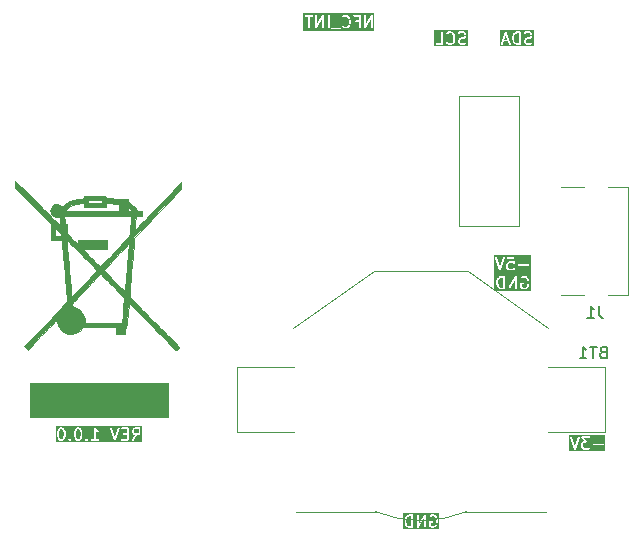
<source format=gbr>
G04 #@! TF.GenerationSoftware,KiCad,Pcbnew,8.0.0*
G04 #@! TF.CreationDate,2024-03-21T15:50:23+02:00*
G04 #@! TF.ProjectId,iot-risk-logger-stm32l4,696f742d-7269-4736-9b2d-6c6f67676572,1.0.0*
G04 #@! TF.SameCoordinates,Original*
G04 #@! TF.FileFunction,Legend,Bot*
G04 #@! TF.FilePolarity,Positive*
%FSLAX46Y46*%
G04 Gerber Fmt 4.6, Leading zero omitted, Abs format (unit mm)*
G04 Created by KiCad (PCBNEW 8.0.0) date 2024-03-21 15:50:23*
%MOMM*%
%LPD*%
G01*
G04 APERTURE LIST*
%ADD10C,0.150000*%
%ADD11C,0.120000*%
%ADD12C,0.010000*%
G04 APERTURE END LIST*
D10*
G36*
X60682753Y-25299600D02*
G01*
X54692925Y-25299600D01*
X54692925Y-25128121D01*
X56994512Y-25128121D01*
X57005711Y-25155157D01*
X57026403Y-25175849D01*
X57053439Y-25187048D01*
X57068071Y-25188489D01*
X57844608Y-25187048D01*
X57871644Y-25175849D01*
X57892336Y-25155157D01*
X57903535Y-25128121D01*
X57903535Y-25098857D01*
X57892336Y-25071821D01*
X57871644Y-25051129D01*
X57844608Y-25039930D01*
X57829976Y-25038489D01*
X57053439Y-25039930D01*
X57026403Y-25051129D01*
X57005711Y-25071821D01*
X56994512Y-25098857D01*
X56994512Y-25128121D01*
X54692925Y-25128121D01*
X54692925Y-24032883D01*
X54804036Y-24032883D01*
X54815235Y-24059919D01*
X54835927Y-24080611D01*
X54862963Y-24091810D01*
X54877595Y-24093251D01*
X55088414Y-24092732D01*
X55089750Y-25032883D01*
X55100949Y-25059919D01*
X55121641Y-25080611D01*
X55148677Y-25091810D01*
X55177941Y-25091810D01*
X55204977Y-25080611D01*
X55225669Y-25059919D01*
X55236868Y-25032883D01*
X55238309Y-25018251D01*
X55236994Y-24092367D01*
X55463655Y-24091810D01*
X55490691Y-24080611D01*
X55511383Y-24059919D01*
X55522582Y-24032883D01*
X55522582Y-24018251D01*
X55707357Y-24018251D01*
X55708770Y-25013806D01*
X55707540Y-25023490D01*
X55708791Y-25028077D01*
X55708798Y-25032883D01*
X55712615Y-25042098D01*
X55715240Y-25051722D01*
X55718167Y-25055502D01*
X55719997Y-25059919D01*
X55727047Y-25066969D01*
X55733157Y-25074859D01*
X55737310Y-25077232D01*
X55740689Y-25080611D01*
X55749901Y-25084427D01*
X55758566Y-25089378D01*
X55763309Y-25089980D01*
X55767725Y-25091810D01*
X55777699Y-25091810D01*
X55787596Y-25093068D01*
X55792208Y-25091810D01*
X55796989Y-25091810D01*
X55806204Y-25087992D01*
X55815828Y-25085368D01*
X55819608Y-25082440D01*
X55824025Y-25080611D01*
X55831075Y-25073560D01*
X55838965Y-25067451D01*
X55843317Y-25061318D01*
X55844717Y-25059919D01*
X55845286Y-25058544D01*
X55847475Y-25055461D01*
X56279182Y-24297802D01*
X56280226Y-25032883D01*
X56291425Y-25059919D01*
X56312117Y-25080611D01*
X56339153Y-25091810D01*
X56368417Y-25091810D01*
X56395453Y-25080611D01*
X56416145Y-25059919D01*
X56427344Y-25032883D01*
X56428785Y-25018251D01*
X56427371Y-24022695D01*
X56427936Y-24018251D01*
X56754975Y-24018251D01*
X56756416Y-25032883D01*
X56767615Y-25059919D01*
X56788307Y-25080611D01*
X56815343Y-25091810D01*
X56844607Y-25091810D01*
X56871643Y-25080611D01*
X56892335Y-25059919D01*
X56903534Y-25032883D01*
X56904975Y-25018251D01*
X56904861Y-24937643D01*
X57946893Y-24937643D01*
X57958091Y-24964679D01*
X57967418Y-24976044D01*
X58008243Y-25015459D01*
X58008821Y-25016615D01*
X58014912Y-25021898D01*
X58026403Y-25032992D01*
X58028891Y-25034022D01*
X58030928Y-25035789D01*
X58044354Y-25041783D01*
X58186935Y-25087932D01*
X58196296Y-25091810D01*
X58200059Y-25092180D01*
X58201547Y-25092662D01*
X58203521Y-25092521D01*
X58210928Y-25093251D01*
X58306245Y-25092000D01*
X58315546Y-25092662D01*
X58319200Y-25091830D01*
X58320798Y-25091810D01*
X58322629Y-25091051D01*
X58329883Y-25089402D01*
X58461673Y-25044191D01*
X58463655Y-25044191D01*
X58473207Y-25040234D01*
X58486165Y-25035789D01*
X58488200Y-25034023D01*
X58490691Y-25032992D01*
X58502056Y-25023665D01*
X58595988Y-24927900D01*
X58603511Y-24921377D01*
X58605523Y-24918180D01*
X58606622Y-24917060D01*
X58607379Y-24915230D01*
X58611343Y-24908934D01*
X58655611Y-24817701D01*
X58659694Y-24812191D01*
X58663629Y-24801175D01*
X58664217Y-24799965D01*
X58664255Y-24799424D01*
X58664641Y-24798345D01*
X58709881Y-24611979D01*
X58713058Y-24604311D01*
X58713955Y-24595196D01*
X58714410Y-24593325D01*
X58714247Y-24592232D01*
X58714499Y-24589679D01*
X58713231Y-24451099D01*
X58714410Y-24443176D01*
X58713075Y-24434151D01*
X58713058Y-24432190D01*
X58712635Y-24431168D01*
X58712260Y-24428632D01*
X58664742Y-24243933D01*
X58664217Y-24236536D01*
X58660013Y-24225553D01*
X58659694Y-24224310D01*
X58659371Y-24223874D01*
X58658962Y-24222805D01*
X58610273Y-24128255D01*
X58606622Y-24119440D01*
X58604237Y-24116534D01*
X58603511Y-24115124D01*
X58602014Y-24113825D01*
X58597294Y-24108075D01*
X58520636Y-24032883D01*
X58899274Y-24032883D01*
X58910473Y-24059919D01*
X58931165Y-24080611D01*
X58958201Y-24091810D01*
X58972833Y-24093251D01*
X59374127Y-24092072D01*
X59374593Y-24419749D01*
X59101058Y-24420882D01*
X59074022Y-24432081D01*
X59053330Y-24452773D01*
X59042131Y-24479809D01*
X59042131Y-24509073D01*
X59053330Y-24536109D01*
X59074022Y-24556801D01*
X59101058Y-24568000D01*
X59115690Y-24569441D01*
X59374804Y-24568367D01*
X59375464Y-25032883D01*
X59386663Y-25059919D01*
X59407355Y-25080611D01*
X59434391Y-25091810D01*
X59463655Y-25091810D01*
X59490691Y-25080611D01*
X59511383Y-25059919D01*
X59522582Y-25032883D01*
X59524023Y-25018251D01*
X59522603Y-24018251D01*
X59850214Y-24018251D01*
X59851627Y-25013806D01*
X59850397Y-25023490D01*
X59851648Y-25028077D01*
X59851655Y-25032883D01*
X59855472Y-25042098D01*
X59858097Y-25051722D01*
X59861024Y-25055502D01*
X59862854Y-25059919D01*
X59869904Y-25066969D01*
X59876014Y-25074859D01*
X59880167Y-25077232D01*
X59883546Y-25080611D01*
X59892758Y-25084427D01*
X59901423Y-25089378D01*
X59906166Y-25089980D01*
X59910582Y-25091810D01*
X59920556Y-25091810D01*
X59930453Y-25093068D01*
X59935065Y-25091810D01*
X59939846Y-25091810D01*
X59949061Y-25087992D01*
X59958685Y-25085368D01*
X59962465Y-25082440D01*
X59966882Y-25080611D01*
X59973932Y-25073560D01*
X59981822Y-25067451D01*
X59986174Y-25061318D01*
X59987574Y-25059919D01*
X59988143Y-25058544D01*
X59990332Y-25055461D01*
X60422039Y-24297802D01*
X60423083Y-25032883D01*
X60434282Y-25059919D01*
X60454974Y-25080611D01*
X60482010Y-25091810D01*
X60511274Y-25091810D01*
X60538310Y-25080611D01*
X60559002Y-25059919D01*
X60570201Y-25032883D01*
X60571642Y-25018251D01*
X60570228Y-24022695D01*
X60571459Y-24013012D01*
X60570207Y-24008424D01*
X60570201Y-24003619D01*
X60566383Y-23994403D01*
X60563759Y-23984780D01*
X60560831Y-23980999D01*
X60559002Y-23976583D01*
X60551951Y-23969532D01*
X60545842Y-23961643D01*
X60541688Y-23959269D01*
X60538310Y-23955891D01*
X60529097Y-23952074D01*
X60520433Y-23947124D01*
X60515689Y-23946521D01*
X60511274Y-23944692D01*
X60501300Y-23944692D01*
X60491403Y-23943434D01*
X60486791Y-23944692D01*
X60482010Y-23944692D01*
X60472793Y-23948509D01*
X60463172Y-23951134D01*
X60459392Y-23954060D01*
X60454974Y-23955891D01*
X60447922Y-23962942D01*
X60440034Y-23969051D01*
X60435679Y-23975185D01*
X60434282Y-23976583D01*
X60433713Y-23977955D01*
X60431524Y-23981040D01*
X59999816Y-24738699D01*
X59998773Y-24003619D01*
X59987574Y-23976583D01*
X59966882Y-23955891D01*
X59939846Y-23944692D01*
X59910582Y-23944692D01*
X59883546Y-23955891D01*
X59862854Y-23976583D01*
X59851655Y-24003619D01*
X59850214Y-24018251D01*
X59522603Y-24018251D01*
X59522582Y-24003619D01*
X59511383Y-23976583D01*
X59490691Y-23955891D01*
X59463655Y-23944692D01*
X59449023Y-23943251D01*
X58958201Y-23944692D01*
X58931165Y-23955891D01*
X58910473Y-23976583D01*
X58899274Y-24003619D01*
X58899274Y-24032883D01*
X58520636Y-24032883D01*
X58509123Y-24021590D01*
X58508272Y-24019887D01*
X58500629Y-24013258D01*
X58490691Y-24003510D01*
X58488200Y-24002478D01*
X58486165Y-24000713D01*
X58472740Y-23994719D01*
X58330161Y-23948570D01*
X58320798Y-23944692D01*
X58317032Y-23944321D01*
X58315546Y-23943840D01*
X58313571Y-23943980D01*
X58306166Y-23943251D01*
X58210847Y-23944501D01*
X58201547Y-23943840D01*
X58197892Y-23944671D01*
X58196296Y-23944692D01*
X58194465Y-23945450D01*
X58187210Y-23947100D01*
X58055420Y-23992311D01*
X58053439Y-23992311D01*
X58043891Y-23996265D01*
X58030928Y-24000713D01*
X58028891Y-24002479D01*
X58026403Y-24003510D01*
X58015038Y-24012837D01*
X57958092Y-24071821D01*
X57946893Y-24098858D01*
X57946893Y-24128120D01*
X57958092Y-24155157D01*
X57978784Y-24175849D01*
X58005821Y-24187048D01*
X58035083Y-24187048D01*
X58062120Y-24175849D01*
X58073485Y-24166522D01*
X58107007Y-24131799D01*
X58219713Y-24093135D01*
X58291092Y-24092199D01*
X58407019Y-24129722D01*
X58481228Y-24202512D01*
X58519919Y-24277647D01*
X58564537Y-24451077D01*
X58565679Y-24575849D01*
X58523653Y-24748972D01*
X58484928Y-24828782D01*
X58410651Y-24904508D01*
X58297379Y-24943366D01*
X58226001Y-24944302D01*
X58109809Y-24906694D01*
X58062120Y-24860652D01*
X58035084Y-24849453D01*
X58005821Y-24849453D01*
X57978785Y-24860651D01*
X57958092Y-24881344D01*
X57946893Y-24908380D01*
X57946893Y-24937643D01*
X56904861Y-24937643D01*
X56903534Y-24003619D01*
X56892335Y-23976583D01*
X56871643Y-23955891D01*
X56844607Y-23944692D01*
X56815343Y-23944692D01*
X56788307Y-23955891D01*
X56767615Y-23976583D01*
X56756416Y-24003619D01*
X56754975Y-24018251D01*
X56427936Y-24018251D01*
X56428602Y-24013012D01*
X56427350Y-24008424D01*
X56427344Y-24003619D01*
X56423526Y-23994403D01*
X56420902Y-23984780D01*
X56417974Y-23980999D01*
X56416145Y-23976583D01*
X56409094Y-23969532D01*
X56402985Y-23961643D01*
X56398831Y-23959269D01*
X56395453Y-23955891D01*
X56386240Y-23952074D01*
X56377576Y-23947124D01*
X56372832Y-23946521D01*
X56368417Y-23944692D01*
X56358443Y-23944692D01*
X56348546Y-23943434D01*
X56343934Y-23944692D01*
X56339153Y-23944692D01*
X56329936Y-23948509D01*
X56320315Y-23951134D01*
X56316535Y-23954060D01*
X56312117Y-23955891D01*
X56305065Y-23962942D01*
X56297177Y-23969051D01*
X56292822Y-23975185D01*
X56291425Y-23976583D01*
X56290856Y-23977955D01*
X56288667Y-23981040D01*
X55856959Y-24738699D01*
X55855916Y-24003619D01*
X55844717Y-23976583D01*
X55824025Y-23955891D01*
X55796989Y-23944692D01*
X55767725Y-23944692D01*
X55740689Y-23955891D01*
X55719997Y-23976583D01*
X55708798Y-24003619D01*
X55707357Y-24018251D01*
X55522582Y-24018251D01*
X55522582Y-24003619D01*
X55511383Y-23976583D01*
X55490691Y-23955891D01*
X55463655Y-23944692D01*
X55449023Y-23943251D01*
X54862963Y-23944692D01*
X54835927Y-23955891D01*
X54815235Y-23976583D01*
X54804036Y-24003619D01*
X54804036Y-24032883D01*
X54692925Y-24032883D01*
X54692925Y-23832140D01*
X60682753Y-23832140D01*
X60682753Y-25299600D01*
G37*
G36*
X68604372Y-26601362D02*
G01*
X65757401Y-26601362D01*
X65757401Y-26429883D01*
X65868512Y-26429883D01*
X65879711Y-26456919D01*
X65900403Y-26477611D01*
X65927439Y-26488810D01*
X65942071Y-26490251D01*
X66432893Y-26488810D01*
X66459929Y-26477611D01*
X66480621Y-26456919D01*
X66491820Y-26429883D01*
X66493261Y-26415251D01*
X66493147Y-26334643D01*
X66773274Y-26334643D01*
X66784472Y-26361679D01*
X66793799Y-26373044D01*
X66834624Y-26412459D01*
X66835202Y-26413615D01*
X66841293Y-26418898D01*
X66852784Y-26429992D01*
X66855272Y-26431022D01*
X66857309Y-26432789D01*
X66870735Y-26438783D01*
X67013316Y-26484932D01*
X67022677Y-26488810D01*
X67026440Y-26489180D01*
X67027928Y-26489662D01*
X67029902Y-26489521D01*
X67037309Y-26490251D01*
X67132626Y-26489000D01*
X67141927Y-26489662D01*
X67145581Y-26488830D01*
X67147179Y-26488810D01*
X67149010Y-26488051D01*
X67156264Y-26486402D01*
X67288054Y-26441191D01*
X67290036Y-26441191D01*
X67299588Y-26437234D01*
X67312546Y-26432789D01*
X67314581Y-26431023D01*
X67317072Y-26429992D01*
X67328437Y-26420665D01*
X67422369Y-26324900D01*
X67429892Y-26318377D01*
X67431904Y-26315180D01*
X67433003Y-26314060D01*
X67433760Y-26312230D01*
X67437724Y-26305934D01*
X67481992Y-26214701D01*
X67486075Y-26209191D01*
X67490010Y-26198175D01*
X67490598Y-26196965D01*
X67490636Y-26196424D01*
X67491022Y-26195345D01*
X67506997Y-26129536D01*
X67771833Y-26129536D01*
X67772938Y-26213842D01*
X67772422Y-26215393D01*
X67773080Y-26224662D01*
X67773274Y-26239406D01*
X67774305Y-26241895D01*
X67774496Y-26244583D01*
X67779751Y-26258315D01*
X67828441Y-26352867D01*
X67832091Y-26361679D01*
X67834474Y-26364583D01*
X67835202Y-26365996D01*
X67836700Y-26367295D01*
X67841418Y-26373044D01*
X67890453Y-26420385D01*
X67896087Y-26426882D01*
X67899232Y-26428861D01*
X67900403Y-26429992D01*
X67902230Y-26430749D01*
X67908530Y-26434714D01*
X67994419Y-26476389D01*
X67995641Y-26477611D01*
X68004500Y-26481280D01*
X68017499Y-26487588D01*
X68020188Y-26487779D01*
X68022677Y-26488810D01*
X68037309Y-26490251D01*
X68274078Y-26488900D01*
X68284784Y-26489662D01*
X68288492Y-26488818D01*
X68290036Y-26488810D01*
X68291867Y-26488051D01*
X68299121Y-26486402D01*
X68455403Y-26432789D01*
X68477510Y-26413615D01*
X68490597Y-26387442D01*
X68492672Y-26358252D01*
X68483418Y-26330490D01*
X68464244Y-26308382D01*
X68438070Y-26295296D01*
X68408880Y-26293221D01*
X68394543Y-26296481D01*
X68266810Y-26340299D01*
X68057096Y-26341495D01*
X67988475Y-26308199D01*
X67957148Y-26277953D01*
X67921625Y-26208972D01*
X67920836Y-26148811D01*
X67953885Y-26080701D01*
X67984129Y-26049374D01*
X68058610Y-26011020D01*
X68240197Y-25964303D01*
X68247594Y-25963778D01*
X68258576Y-25959575D01*
X68259821Y-25959255D01*
X68260256Y-25958932D01*
X68261326Y-25958523D01*
X68355882Y-25909830D01*
X68364691Y-25906182D01*
X68367593Y-25903799D01*
X68369007Y-25903072D01*
X68370306Y-25901573D01*
X68376056Y-25896855D01*
X68423397Y-25847819D01*
X68429892Y-25842187D01*
X68431871Y-25839041D01*
X68433002Y-25837871D01*
X68433759Y-25836043D01*
X68437724Y-25829744D01*
X68479399Y-25743854D01*
X68480621Y-25742633D01*
X68484290Y-25733773D01*
X68490598Y-25720775D01*
X68490789Y-25718085D01*
X68491820Y-25715597D01*
X68493261Y-25700965D01*
X68492155Y-25616657D01*
X68492672Y-25615107D01*
X68492013Y-25605836D01*
X68491820Y-25591095D01*
X68490789Y-25588606D01*
X68490598Y-25585917D01*
X68485343Y-25572186D01*
X68436651Y-25477631D01*
X68433002Y-25468821D01*
X68430619Y-25465918D01*
X68429892Y-25464505D01*
X68428393Y-25463205D01*
X68423675Y-25457456D01*
X68374639Y-25410114D01*
X68369007Y-25403620D01*
X68365861Y-25401640D01*
X68364691Y-25400510D01*
X68362863Y-25399752D01*
X68356564Y-25395788D01*
X68270675Y-25354113D01*
X68269453Y-25352891D01*
X68260587Y-25349218D01*
X68247594Y-25342914D01*
X68244906Y-25342723D01*
X68242417Y-25341692D01*
X68227785Y-25340251D01*
X67991014Y-25341601D01*
X67980309Y-25340840D01*
X67976600Y-25341683D01*
X67975058Y-25341692D01*
X67973227Y-25342450D01*
X67965972Y-25344100D01*
X67809690Y-25397713D01*
X67787583Y-25416887D01*
X67774497Y-25443060D01*
X67772422Y-25472250D01*
X67781676Y-25500013D01*
X67800850Y-25522120D01*
X67827023Y-25535206D01*
X67856213Y-25537281D01*
X67870550Y-25534021D01*
X67998282Y-25490202D01*
X68207997Y-25489006D01*
X68276619Y-25522303D01*
X68307946Y-25552547D01*
X68343468Y-25621528D01*
X68344257Y-25681689D01*
X68311209Y-25749798D01*
X68280964Y-25781126D01*
X68206483Y-25819480D01*
X68024896Y-25866197D01*
X68017499Y-25866723D01*
X68006516Y-25870926D01*
X68005273Y-25871246D01*
X68004837Y-25871568D01*
X68003768Y-25871978D01*
X67909213Y-25920669D01*
X67900403Y-25924319D01*
X67897500Y-25926701D01*
X67896087Y-25927429D01*
X67894787Y-25928927D01*
X67889038Y-25933646D01*
X67841696Y-25982681D01*
X67835202Y-25988314D01*
X67833222Y-25991459D01*
X67832092Y-25992630D01*
X67831334Y-25994457D01*
X67827370Y-26000757D01*
X67785695Y-26086645D01*
X67784473Y-26087868D01*
X67780800Y-26096733D01*
X67774496Y-26109727D01*
X67774305Y-26112414D01*
X67773274Y-26114904D01*
X67771833Y-26129536D01*
X67506997Y-26129536D01*
X67536262Y-26008979D01*
X67539439Y-26001311D01*
X67540336Y-25992196D01*
X67540791Y-25990325D01*
X67540628Y-25989232D01*
X67540880Y-25986679D01*
X67539612Y-25848099D01*
X67540791Y-25840176D01*
X67539456Y-25831151D01*
X67539439Y-25829190D01*
X67539016Y-25828168D01*
X67538641Y-25825632D01*
X67491123Y-25640933D01*
X67490598Y-25633536D01*
X67486394Y-25622553D01*
X67486075Y-25621310D01*
X67485752Y-25620874D01*
X67485343Y-25619805D01*
X67436654Y-25525255D01*
X67433003Y-25516440D01*
X67430618Y-25513534D01*
X67429892Y-25512124D01*
X67428395Y-25510825D01*
X67423675Y-25505075D01*
X67335504Y-25418590D01*
X67334653Y-25416887D01*
X67327010Y-25410258D01*
X67317072Y-25400510D01*
X67314581Y-25399478D01*
X67312546Y-25397713D01*
X67299121Y-25391719D01*
X67156542Y-25345570D01*
X67147179Y-25341692D01*
X67143413Y-25341321D01*
X67141927Y-25340840D01*
X67139952Y-25340980D01*
X67132547Y-25340251D01*
X67037228Y-25341501D01*
X67027928Y-25340840D01*
X67024273Y-25341671D01*
X67022677Y-25341692D01*
X67020846Y-25342450D01*
X67013591Y-25344100D01*
X66881801Y-25389311D01*
X66879820Y-25389311D01*
X66870272Y-25393265D01*
X66857309Y-25397713D01*
X66855272Y-25399479D01*
X66852784Y-25400510D01*
X66841419Y-25409837D01*
X66784473Y-25468821D01*
X66773274Y-25495858D01*
X66773274Y-25525120D01*
X66784473Y-25552157D01*
X66805165Y-25572849D01*
X66832202Y-25584048D01*
X66861464Y-25584048D01*
X66888501Y-25572849D01*
X66899866Y-25563522D01*
X66933388Y-25528799D01*
X67046094Y-25490135D01*
X67117473Y-25489199D01*
X67233400Y-25526722D01*
X67307609Y-25599512D01*
X67346300Y-25674647D01*
X67390918Y-25848077D01*
X67392060Y-25972849D01*
X67350034Y-26145972D01*
X67311309Y-26225782D01*
X67237032Y-26301508D01*
X67123760Y-26340366D01*
X67052382Y-26341302D01*
X66936190Y-26303694D01*
X66888501Y-26257652D01*
X66861465Y-26246453D01*
X66832202Y-26246453D01*
X66805166Y-26257651D01*
X66784473Y-26278344D01*
X66773274Y-26305380D01*
X66773274Y-26334643D01*
X66493147Y-26334643D01*
X66491820Y-25400619D01*
X66480621Y-25373583D01*
X66459929Y-25352891D01*
X66432893Y-25341692D01*
X66403629Y-25341692D01*
X66376593Y-25352891D01*
X66355901Y-25373583D01*
X66344702Y-25400619D01*
X66343261Y-25415251D01*
X66344575Y-26340467D01*
X65927439Y-26341692D01*
X65900403Y-26352891D01*
X65879711Y-26373583D01*
X65868512Y-26400619D01*
X65868512Y-26429883D01*
X65757401Y-26429883D01*
X65757401Y-25229140D01*
X68604372Y-25229140D01*
X68604372Y-26601362D01*
G37*
G36*
X72932575Y-26340671D02*
G01*
X72783908Y-26341518D01*
X72667312Y-26303780D01*
X72593104Y-26230990D01*
X72554412Y-26155853D01*
X72509794Y-25982423D01*
X72508652Y-25857651D01*
X72550678Y-25684528D01*
X72589403Y-25604718D01*
X72663682Y-25528993D01*
X72776758Y-25490202D01*
X72931366Y-25489320D01*
X72932575Y-26340671D01*
G37*
G36*
X71950847Y-26054838D02*
G01*
X71680807Y-26055631D01*
X71815352Y-25650174D01*
X71950847Y-26054838D01*
G37*
G36*
X74192372Y-26601362D02*
G01*
X71296930Y-26601362D01*
X71296930Y-26405871D01*
X71408041Y-26405871D01*
X71410116Y-26435061D01*
X71423202Y-26461234D01*
X71445309Y-26480408D01*
X71473072Y-26489662D01*
X71502262Y-26487587D01*
X71528435Y-26474501D01*
X71547609Y-26452394D01*
X71553603Y-26438968D01*
X71631448Y-26204378D01*
X72000554Y-26203294D01*
X72083961Y-26452393D01*
X72103135Y-26474500D01*
X72129308Y-26487587D01*
X72158498Y-26489662D01*
X72186260Y-26480408D01*
X72208368Y-26461234D01*
X72221454Y-26435060D01*
X72223529Y-26405870D01*
X72220269Y-26391534D01*
X72036877Y-25843822D01*
X72359833Y-25843822D01*
X72361100Y-25982401D01*
X72359922Y-25990325D01*
X72361256Y-25999349D01*
X72361274Y-26001311D01*
X72361696Y-26002332D01*
X72362072Y-26004869D01*
X72409589Y-26189567D01*
X72410115Y-26196964D01*
X72414317Y-26207946D01*
X72414638Y-26209191D01*
X72414960Y-26209626D01*
X72415370Y-26210696D01*
X72464060Y-26305248D01*
X72467710Y-26314060D01*
X72470093Y-26316964D01*
X72470821Y-26318377D01*
X72472319Y-26319676D01*
X72477038Y-26325426D01*
X72565207Y-26411911D01*
X72566059Y-26413615D01*
X72573703Y-26420245D01*
X72583641Y-26429993D01*
X72586131Y-26431024D01*
X72588166Y-26432789D01*
X72601592Y-26438783D01*
X72744173Y-26484932D01*
X72753534Y-26488810D01*
X72757297Y-26489180D01*
X72758785Y-26489662D01*
X72760759Y-26489521D01*
X72768166Y-26490251D01*
X73020893Y-26488810D01*
X73047929Y-26477611D01*
X73068621Y-26456919D01*
X73079820Y-26429883D01*
X73081261Y-26415251D01*
X73080855Y-26129536D01*
X73359833Y-26129536D01*
X73360938Y-26213842D01*
X73360422Y-26215393D01*
X73361080Y-26224662D01*
X73361274Y-26239406D01*
X73362305Y-26241895D01*
X73362496Y-26244583D01*
X73367751Y-26258315D01*
X73416441Y-26352867D01*
X73420091Y-26361679D01*
X73422474Y-26364583D01*
X73423202Y-26365996D01*
X73424700Y-26367295D01*
X73429418Y-26373044D01*
X73478453Y-26420385D01*
X73484087Y-26426882D01*
X73487232Y-26428861D01*
X73488403Y-26429992D01*
X73490230Y-26430749D01*
X73496530Y-26434714D01*
X73582419Y-26476389D01*
X73583641Y-26477611D01*
X73592500Y-26481280D01*
X73605499Y-26487588D01*
X73608188Y-26487779D01*
X73610677Y-26488810D01*
X73625309Y-26490251D01*
X73862078Y-26488900D01*
X73872784Y-26489662D01*
X73876492Y-26488818D01*
X73878036Y-26488810D01*
X73879867Y-26488051D01*
X73887121Y-26486402D01*
X74043403Y-26432789D01*
X74065510Y-26413615D01*
X74078597Y-26387442D01*
X74080672Y-26358252D01*
X74071418Y-26330490D01*
X74052244Y-26308382D01*
X74026070Y-26295296D01*
X73996880Y-26293221D01*
X73982543Y-26296481D01*
X73854810Y-26340299D01*
X73645096Y-26341495D01*
X73576475Y-26308199D01*
X73545148Y-26277953D01*
X73509625Y-26208972D01*
X73508836Y-26148811D01*
X73541885Y-26080701D01*
X73572129Y-26049374D01*
X73646610Y-26011020D01*
X73828197Y-25964303D01*
X73835594Y-25963778D01*
X73846576Y-25959575D01*
X73847821Y-25959255D01*
X73848256Y-25958932D01*
X73849326Y-25958523D01*
X73943882Y-25909830D01*
X73952691Y-25906182D01*
X73955593Y-25903799D01*
X73957007Y-25903072D01*
X73958306Y-25901573D01*
X73964056Y-25896855D01*
X74011397Y-25847819D01*
X74017892Y-25842187D01*
X74019871Y-25839041D01*
X74021002Y-25837871D01*
X74021759Y-25836043D01*
X74025724Y-25829744D01*
X74067399Y-25743854D01*
X74068621Y-25742633D01*
X74072290Y-25733773D01*
X74078598Y-25720775D01*
X74078789Y-25718085D01*
X74079820Y-25715597D01*
X74081261Y-25700965D01*
X74080155Y-25616657D01*
X74080672Y-25615107D01*
X74080013Y-25605836D01*
X74079820Y-25591095D01*
X74078789Y-25588606D01*
X74078598Y-25585917D01*
X74073343Y-25572186D01*
X74024651Y-25477631D01*
X74021002Y-25468821D01*
X74018619Y-25465918D01*
X74017892Y-25464505D01*
X74016393Y-25463205D01*
X74011675Y-25457456D01*
X73962639Y-25410114D01*
X73957007Y-25403620D01*
X73953861Y-25401640D01*
X73952691Y-25400510D01*
X73950863Y-25399752D01*
X73944564Y-25395788D01*
X73858675Y-25354113D01*
X73857453Y-25352891D01*
X73848587Y-25349218D01*
X73835594Y-25342914D01*
X73832906Y-25342723D01*
X73830417Y-25341692D01*
X73815785Y-25340251D01*
X73579014Y-25341601D01*
X73568309Y-25340840D01*
X73564600Y-25341683D01*
X73563058Y-25341692D01*
X73561227Y-25342450D01*
X73553972Y-25344100D01*
X73397690Y-25397713D01*
X73375583Y-25416887D01*
X73362497Y-25443060D01*
X73360422Y-25472250D01*
X73369676Y-25500013D01*
X73388850Y-25522120D01*
X73415023Y-25535206D01*
X73444213Y-25537281D01*
X73458550Y-25534021D01*
X73586282Y-25490202D01*
X73795997Y-25489006D01*
X73864619Y-25522303D01*
X73895946Y-25552547D01*
X73931468Y-25621528D01*
X73932257Y-25681689D01*
X73899209Y-25749798D01*
X73868964Y-25781126D01*
X73794483Y-25819480D01*
X73612896Y-25866197D01*
X73605499Y-25866723D01*
X73594516Y-25870926D01*
X73593273Y-25871246D01*
X73592837Y-25871568D01*
X73591768Y-25871978D01*
X73497213Y-25920669D01*
X73488403Y-25924319D01*
X73485500Y-25926701D01*
X73484087Y-25927429D01*
X73482787Y-25928927D01*
X73477038Y-25933646D01*
X73429696Y-25982681D01*
X73423202Y-25988314D01*
X73421222Y-25991459D01*
X73420092Y-25992630D01*
X73419334Y-25994457D01*
X73415370Y-26000757D01*
X73373695Y-26086645D01*
X73372473Y-26087868D01*
X73368800Y-26096733D01*
X73362496Y-26109727D01*
X73362305Y-26112414D01*
X73361274Y-26114904D01*
X73359833Y-26129536D01*
X73080855Y-26129536D01*
X73079820Y-25400619D01*
X73068621Y-25373583D01*
X73047929Y-25352891D01*
X73020893Y-25341692D01*
X73006261Y-25340251D01*
X72769490Y-25341601D01*
X72758785Y-25340840D01*
X72755076Y-25341683D01*
X72753534Y-25341692D01*
X72751703Y-25342450D01*
X72744448Y-25344100D01*
X72612658Y-25389311D01*
X72610678Y-25389311D01*
X72601128Y-25393266D01*
X72588166Y-25397713D01*
X72586131Y-25399477D01*
X72583641Y-25400509D01*
X72572276Y-25409837D01*
X72478344Y-25505599D01*
X72470821Y-25512124D01*
X72468808Y-25515320D01*
X72467711Y-25516440D01*
X72466953Y-25518267D01*
X72462989Y-25524567D01*
X72418722Y-25615798D01*
X72414638Y-25621310D01*
X72410700Y-25632329D01*
X72410115Y-25633537D01*
X72410076Y-25634076D01*
X72409691Y-25635156D01*
X72364450Y-25821521D01*
X72361274Y-25829190D01*
X72360376Y-25838304D01*
X72359922Y-25840176D01*
X72360084Y-25841268D01*
X72359833Y-25843822D01*
X72036877Y-25843822D01*
X71888491Y-25400655D01*
X71888121Y-25395442D01*
X71883957Y-25387115D01*
X71880942Y-25378108D01*
X71877430Y-25374059D01*
X71875035Y-25369268D01*
X71867931Y-25363106D01*
X71861768Y-25356001D01*
X71856974Y-25353604D01*
X71852927Y-25350094D01*
X71844005Y-25347120D01*
X71835595Y-25342915D01*
X71830250Y-25342535D01*
X71825165Y-25340840D01*
X71815785Y-25341506D01*
X71806405Y-25340840D01*
X71801319Y-25342535D01*
X71795975Y-25342915D01*
X71787567Y-25347119D01*
X71778642Y-25350094D01*
X71774591Y-25353607D01*
X71769802Y-25356002D01*
X71763643Y-25363102D01*
X71756535Y-25369268D01*
X71754138Y-25374061D01*
X71750628Y-25378109D01*
X71744634Y-25391534D01*
X71506459Y-26109282D01*
X71504131Y-26114904D01*
X71504131Y-26116299D01*
X71408041Y-26405871D01*
X71296930Y-26405871D01*
X71296930Y-25229140D01*
X74192372Y-25229140D01*
X74192372Y-26601362D01*
G37*
G36*
X80239312Y-60891362D02*
G01*
X77154835Y-60891362D01*
X77154835Y-59714631D01*
X77265946Y-59714631D01*
X77269206Y-59728968D01*
X77600983Y-60719845D01*
X77601354Y-60725061D01*
X77605518Y-60733391D01*
X77608533Y-60742393D01*
X77612043Y-60746440D01*
X77614440Y-60751234D01*
X77621548Y-60757399D01*
X77627707Y-60764500D01*
X77632496Y-60766894D01*
X77636547Y-60770408D01*
X77645472Y-60773382D01*
X77653880Y-60777587D01*
X77659224Y-60777966D01*
X77664310Y-60779662D01*
X77673690Y-60778995D01*
X77683070Y-60779662D01*
X77688155Y-60777966D01*
X77693500Y-60777587D01*
X77701910Y-60773381D01*
X77710832Y-60770408D01*
X77714879Y-60766897D01*
X77719673Y-60764501D01*
X77725836Y-60757395D01*
X77732940Y-60751234D01*
X77735335Y-60746442D01*
X77738847Y-60742394D01*
X77744841Y-60728968D01*
X77894927Y-60276679D01*
X78217738Y-60276679D01*
X78219030Y-60503283D01*
X78218327Y-60505393D01*
X78219104Y-60516335D01*
X78219179Y-60529406D01*
X78220210Y-60531895D01*
X78220401Y-60534583D01*
X78225656Y-60548315D01*
X78274346Y-60642867D01*
X78277996Y-60651679D01*
X78280379Y-60654583D01*
X78281107Y-60655996D01*
X78282605Y-60657295D01*
X78287323Y-60663044D01*
X78336358Y-60710385D01*
X78341992Y-60716882D01*
X78345137Y-60718861D01*
X78346308Y-60719992D01*
X78348135Y-60720749D01*
X78354435Y-60724714D01*
X78440324Y-60766389D01*
X78441546Y-60767611D01*
X78450405Y-60771280D01*
X78463404Y-60777588D01*
X78466093Y-60777779D01*
X78468582Y-60778810D01*
X78483214Y-60780251D01*
X78757368Y-60778935D01*
X78759547Y-60779662D01*
X78770667Y-60778871D01*
X78783560Y-60778810D01*
X78786049Y-60777778D01*
X78788737Y-60777588D01*
X78802469Y-60772333D01*
X78897023Y-60723641D01*
X78905834Y-60719992D01*
X78908736Y-60717609D01*
X78910150Y-60716882D01*
X78911450Y-60715382D01*
X78917200Y-60710664D01*
X78974146Y-60651679D01*
X78985344Y-60624643D01*
X78985344Y-60595380D01*
X78974145Y-60568344D01*
X78953452Y-60547651D01*
X78926416Y-60536453D01*
X78897153Y-60536453D01*
X78870117Y-60547652D01*
X78858751Y-60556980D01*
X78822106Y-60594936D01*
X78753384Y-60630325D01*
X78503065Y-60631526D01*
X78434380Y-60598199D01*
X78403053Y-60567953D01*
X78367649Y-60499202D01*
X78366735Y-60338930D01*
X79219179Y-60338930D01*
X79230378Y-60365966D01*
X79251070Y-60386658D01*
X79278106Y-60397857D01*
X79292738Y-60399298D01*
X79599535Y-60398728D01*
X79600131Y-60719883D01*
X79611330Y-60746919D01*
X79632022Y-60767611D01*
X79659058Y-60778810D01*
X79688322Y-60778810D01*
X79715358Y-60767611D01*
X79736050Y-60746919D01*
X79747249Y-60719883D01*
X79748690Y-60705251D01*
X79748120Y-60398452D01*
X80069274Y-60397857D01*
X80096310Y-60386658D01*
X80117002Y-60365966D01*
X80128201Y-60338930D01*
X80128201Y-60309666D01*
X80117002Y-60282630D01*
X80096310Y-60261938D01*
X80069274Y-60250739D01*
X80054642Y-60249298D01*
X79747844Y-60249867D01*
X79747249Y-59928714D01*
X79736050Y-59901678D01*
X79715358Y-59880986D01*
X79688322Y-59869787D01*
X79659058Y-59869787D01*
X79632022Y-59880986D01*
X79611330Y-59901678D01*
X79600131Y-59928714D01*
X79598690Y-59943346D01*
X79599259Y-60250143D01*
X79278106Y-60250739D01*
X79251070Y-60261938D01*
X79230378Y-60282630D01*
X79219179Y-60309666D01*
X79219179Y-60338930D01*
X78366735Y-60338930D01*
X78366493Y-60296466D01*
X78399790Y-60227844D01*
X78430034Y-60196517D01*
X78498891Y-60161059D01*
X78625685Y-60159899D01*
X78635777Y-60160572D01*
X78638101Y-60159785D01*
X78640703Y-60159762D01*
X78651960Y-60155098D01*
X78663498Y-60151197D01*
X78665402Y-60149531D01*
X78667739Y-60148563D01*
X78676349Y-60139952D01*
X78685522Y-60131927D01*
X78686644Y-60129657D01*
X78688431Y-60127871D01*
X78693091Y-60116620D01*
X78698494Y-60105695D01*
X78698662Y-60103171D01*
X78699630Y-60100835D01*
X78699630Y-60088650D01*
X78700440Y-60076497D01*
X78699630Y-60074101D01*
X78699630Y-60071571D01*
X78694966Y-60060313D01*
X78691065Y-60048776D01*
X78688979Y-60045858D01*
X78688431Y-60044535D01*
X78687035Y-60043139D01*
X78682514Y-60036815D01*
X78456437Y-59779878D01*
X78926417Y-59778810D01*
X78953453Y-59767611D01*
X78974145Y-59746919D01*
X78985344Y-59719883D01*
X78985344Y-59690619D01*
X78974145Y-59663583D01*
X78953453Y-59642891D01*
X78926417Y-59631692D01*
X78911785Y-59630251D01*
X78294621Y-59631654D01*
X78283032Y-59630882D01*
X78280654Y-59631686D01*
X78278106Y-59631692D01*
X78266848Y-59636355D01*
X78255311Y-59640257D01*
X78253406Y-59641922D01*
X78251070Y-59642891D01*
X78242459Y-59651501D01*
X78233287Y-59659527D01*
X78232164Y-59661796D01*
X78230378Y-59663583D01*
X78225717Y-59674833D01*
X78220315Y-59685759D01*
X78220146Y-59688282D01*
X78219179Y-59690619D01*
X78219179Y-59702803D01*
X78218369Y-59714957D01*
X78219179Y-59717352D01*
X78219179Y-59719883D01*
X78223842Y-59731140D01*
X78227744Y-59742678D01*
X78229829Y-59745595D01*
X78230378Y-59746919D01*
X78231773Y-59748314D01*
X78236295Y-59754639D01*
X78464330Y-60013800D01*
X78463404Y-60013866D01*
X78449673Y-60019121D01*
X78355118Y-60067812D01*
X78346308Y-60071462D01*
X78343405Y-60073844D01*
X78341992Y-60074572D01*
X78340692Y-60076070D01*
X78334943Y-60080789D01*
X78287601Y-60129824D01*
X78281107Y-60135457D01*
X78279127Y-60138602D01*
X78277997Y-60139773D01*
X78277239Y-60141600D01*
X78273275Y-60147900D01*
X78231600Y-60233788D01*
X78230378Y-60235011D01*
X78226705Y-60243876D01*
X78220401Y-60256870D01*
X78220210Y-60259557D01*
X78219179Y-60262047D01*
X78217738Y-60276679D01*
X77894927Y-60276679D01*
X78081434Y-59714632D01*
X78079359Y-59685442D01*
X78066273Y-59659268D01*
X78044165Y-59640094D01*
X78016403Y-59630840D01*
X77987213Y-59632915D01*
X77961040Y-59646002D01*
X77941866Y-59668109D01*
X77935872Y-59681534D01*
X77674122Y-60470327D01*
X77405514Y-59668108D01*
X77386340Y-59646001D01*
X77360167Y-59632915D01*
X77330977Y-59630840D01*
X77303214Y-59640094D01*
X77281107Y-59659268D01*
X77268021Y-59685441D01*
X77265946Y-59714631D01*
X77154835Y-59714631D01*
X77154835Y-59519140D01*
X80239312Y-59519140D01*
X80239312Y-60891362D01*
G37*
G36*
X34288626Y-59047871D02*
G01*
X34319953Y-59078115D01*
X34358307Y-59152596D01*
X34402910Y-59325968D01*
X34404163Y-59545641D01*
X34362041Y-59719159D01*
X34323216Y-59799175D01*
X34292970Y-59830504D01*
X34223990Y-59866026D01*
X34163829Y-59866815D01*
X34095720Y-59833767D01*
X34064393Y-59803521D01*
X34026038Y-59729040D01*
X33981435Y-59555668D01*
X33980182Y-59335995D01*
X34022304Y-59162477D01*
X34061130Y-59082460D01*
X34091374Y-59051133D01*
X34160355Y-59015611D01*
X34220516Y-59014822D01*
X34288626Y-59047871D01*
G37*
G36*
X35717197Y-59047871D02*
G01*
X35748524Y-59078115D01*
X35786878Y-59152596D01*
X35831481Y-59325968D01*
X35832734Y-59545641D01*
X35790612Y-59719159D01*
X35751787Y-59799175D01*
X35721541Y-59830504D01*
X35652561Y-59866026D01*
X35592400Y-59866815D01*
X35524291Y-59833767D01*
X35492964Y-59803521D01*
X35454609Y-59729040D01*
X35410006Y-59555668D01*
X35408753Y-59335995D01*
X35450875Y-59162477D01*
X35489701Y-59082460D01*
X35519945Y-59051133D01*
X35588926Y-59015611D01*
X35649087Y-59014822D01*
X35717197Y-59047871D01*
G37*
G36*
X40736857Y-59389898D02*
G01*
X40578499Y-59390475D01*
X40574750Y-59389645D01*
X40569864Y-59390507D01*
X40450200Y-59390943D01*
X40381434Y-59357576D01*
X40350106Y-59327331D01*
X40314648Y-59258474D01*
X40313663Y-59150842D01*
X40346844Y-59082460D01*
X40377088Y-59051133D01*
X40445776Y-59015762D01*
X40736324Y-59014704D01*
X40736857Y-59389898D01*
G37*
G36*
X40997331Y-60126930D02*
G01*
X33720348Y-60126930D01*
X33720348Y-59321771D01*
X33831459Y-59321771D01*
X33832789Y-59555166D01*
X33831548Y-59563512D01*
X33832889Y-59572583D01*
X33832900Y-59574498D01*
X33833322Y-59575519D01*
X33833698Y-59578056D01*
X33881215Y-59762754D01*
X33881741Y-59770151D01*
X33885943Y-59781133D01*
X33886264Y-59782378D01*
X33886586Y-59782813D01*
X33886996Y-59783883D01*
X33935686Y-59878435D01*
X33939336Y-59887247D01*
X33941719Y-59890151D01*
X33942447Y-59891564D01*
X33943945Y-59892863D01*
X33948663Y-59898612D01*
X33997698Y-59945953D01*
X34003332Y-59952450D01*
X34006477Y-59954429D01*
X34007648Y-59955560D01*
X34009475Y-59956317D01*
X34015775Y-59960282D01*
X34101664Y-60001957D01*
X34102886Y-60003179D01*
X34111745Y-60006848D01*
X34124744Y-60013156D01*
X34127433Y-60013347D01*
X34129922Y-60014378D01*
X34144554Y-60015819D01*
X34228860Y-60014713D01*
X34230411Y-60015230D01*
X34239680Y-60014571D01*
X34254424Y-60014378D01*
X34256913Y-60013346D01*
X34259601Y-60013156D01*
X34273333Y-60007901D01*
X34367887Y-59959209D01*
X34376698Y-59955560D01*
X34379600Y-59953177D01*
X34381014Y-59952450D01*
X34382314Y-59950950D01*
X34388064Y-59946232D01*
X34425136Y-59907832D01*
X34785280Y-59907832D01*
X34790317Y-59919991D01*
X34796479Y-59934868D01*
X34805806Y-59946233D01*
X34864790Y-60003179D01*
X34891826Y-60014378D01*
X34891827Y-60014378D01*
X34921089Y-60014378D01*
X34921090Y-60014378D01*
X34948126Y-60003179D01*
X34959491Y-59993852D01*
X35016437Y-59934868D01*
X35027636Y-59907832D01*
X35027636Y-59878569D01*
X35027590Y-59878459D01*
X35016438Y-59851533D01*
X35007110Y-59840167D01*
X34948126Y-59783220D01*
X34948125Y-59783219D01*
X34929829Y-59775641D01*
X34921090Y-59772021D01*
X34921089Y-59772021D01*
X34891826Y-59772021D01*
X34883087Y-59775641D01*
X34864791Y-59783219D01*
X34864790Y-59783220D01*
X34853424Y-59792548D01*
X34796478Y-59851533D01*
X34785280Y-59878569D01*
X34785280Y-59907832D01*
X34425136Y-59907832D01*
X34435405Y-59897195D01*
X34441899Y-59891564D01*
X34443878Y-59888418D01*
X34445010Y-59887247D01*
X34445767Y-59885417D01*
X34449731Y-59879121D01*
X34493999Y-59787888D01*
X34498082Y-59782378D01*
X34502017Y-59771362D01*
X34502605Y-59770152D01*
X34502643Y-59769611D01*
X34503029Y-59768532D01*
X34548269Y-59582166D01*
X34551446Y-59574498D01*
X34552343Y-59565383D01*
X34552798Y-59563512D01*
X34552635Y-59562419D01*
X34552887Y-59559866D01*
X34551556Y-59326470D01*
X34552255Y-59321771D01*
X35260030Y-59321771D01*
X35261360Y-59555166D01*
X35260119Y-59563512D01*
X35261460Y-59572583D01*
X35261471Y-59574498D01*
X35261893Y-59575519D01*
X35262269Y-59578056D01*
X35309786Y-59762754D01*
X35310312Y-59770151D01*
X35314514Y-59781133D01*
X35314835Y-59782378D01*
X35315157Y-59782813D01*
X35315567Y-59783883D01*
X35364257Y-59878435D01*
X35367907Y-59887247D01*
X35370290Y-59890151D01*
X35371018Y-59891564D01*
X35372516Y-59892863D01*
X35377234Y-59898612D01*
X35426269Y-59945953D01*
X35431903Y-59952450D01*
X35435048Y-59954429D01*
X35436219Y-59955560D01*
X35438046Y-59956317D01*
X35444346Y-59960282D01*
X35530235Y-60001957D01*
X35531457Y-60003179D01*
X35540316Y-60006848D01*
X35553315Y-60013156D01*
X35556004Y-60013347D01*
X35558493Y-60014378D01*
X35573125Y-60015819D01*
X35657431Y-60014713D01*
X35658982Y-60015230D01*
X35668251Y-60014571D01*
X35682995Y-60014378D01*
X35685484Y-60013346D01*
X35688172Y-60013156D01*
X35701904Y-60007901D01*
X35796458Y-59959209D01*
X35805269Y-59955560D01*
X35808171Y-59953177D01*
X35809585Y-59952450D01*
X35810885Y-59950950D01*
X35816635Y-59946232D01*
X35853707Y-59907832D01*
X36213851Y-59907832D01*
X36218888Y-59919991D01*
X36225050Y-59934868D01*
X36234377Y-59946233D01*
X36293361Y-60003179D01*
X36320397Y-60014378D01*
X36320398Y-60014378D01*
X36349660Y-60014378D01*
X36349661Y-60014378D01*
X36376697Y-60003179D01*
X36388062Y-59993852D01*
X36425136Y-59955451D01*
X36690042Y-59955451D01*
X36701241Y-59982487D01*
X36721933Y-60003179D01*
X36748969Y-60014378D01*
X36763601Y-60015819D01*
X37349661Y-60014378D01*
X37376697Y-60003179D01*
X37397389Y-59982487D01*
X37408588Y-59955451D01*
X37408588Y-59926187D01*
X37397389Y-59899151D01*
X37376697Y-59878459D01*
X37349661Y-59867260D01*
X37335029Y-59865819D01*
X37124209Y-59866337D01*
X37123217Y-59167800D01*
X37187287Y-59230646D01*
X37193807Y-59238164D01*
X37197000Y-59240174D01*
X37198123Y-59241275D01*
X37199955Y-59242033D01*
X37206250Y-59245996D01*
X37315219Y-59298870D01*
X37344409Y-59300944D01*
X37372171Y-59291690D01*
X37394278Y-59272517D01*
X37407366Y-59246342D01*
X37409440Y-59217152D01*
X37400186Y-59189391D01*
X37381013Y-59167283D01*
X37368570Y-59159451D01*
X37286401Y-59119581D01*
X37206110Y-59040825D01*
X37144675Y-58950199D01*
X38308238Y-58950199D01*
X38311498Y-58964536D01*
X38643275Y-59955413D01*
X38643646Y-59960629D01*
X38647810Y-59968959D01*
X38650825Y-59977961D01*
X38654335Y-59982008D01*
X38656732Y-59986802D01*
X38663840Y-59992967D01*
X38669999Y-60000068D01*
X38674788Y-60002462D01*
X38678839Y-60005976D01*
X38687764Y-60008950D01*
X38696172Y-60013155D01*
X38701516Y-60013534D01*
X38706602Y-60015230D01*
X38715982Y-60014563D01*
X38725362Y-60015230D01*
X38730447Y-60013534D01*
X38735792Y-60013155D01*
X38744202Y-60008949D01*
X38753124Y-60005976D01*
X38757171Y-60002465D01*
X38761965Y-60000069D01*
X38768128Y-59992963D01*
X38775232Y-59986802D01*
X38777627Y-59982010D01*
X38781139Y-59977962D01*
X38787133Y-59964536D01*
X38790148Y-59955451D01*
X39261471Y-59955451D01*
X39272670Y-59982487D01*
X39293362Y-60003179D01*
X39320398Y-60014378D01*
X39335030Y-60015819D01*
X39825852Y-60014378D01*
X39852888Y-60003179D01*
X39873580Y-59982487D01*
X39884779Y-59955451D01*
X39884779Y-59955450D01*
X39886220Y-59940819D01*
X39885070Y-59131295D01*
X40164792Y-59131295D01*
X40165996Y-59262924D01*
X40165381Y-59264771D01*
X40166106Y-59274985D01*
X40166233Y-59288784D01*
X40167264Y-59291273D01*
X40167455Y-59293961D01*
X40172710Y-59307693D01*
X40221402Y-59402249D01*
X40225051Y-59411058D01*
X40227433Y-59413960D01*
X40228161Y-59415374D01*
X40229659Y-59416673D01*
X40234378Y-59422423D01*
X40283413Y-59469764D01*
X40289046Y-59476259D01*
X40292191Y-59478238D01*
X40293362Y-59479369D01*
X40295189Y-59480126D01*
X40301489Y-59484091D01*
X40387378Y-59525766D01*
X40388600Y-59526988D01*
X40397459Y-59530657D01*
X40410458Y-59536965D01*
X40413147Y-59537156D01*
X40415636Y-59538187D01*
X40429549Y-59539557D01*
X40171139Y-59910623D01*
X40164810Y-59939194D01*
X40169895Y-59968011D01*
X40185622Y-59992690D01*
X40209596Y-60009472D01*
X40238167Y-60015801D01*
X40266984Y-60010716D01*
X40291663Y-59994989D01*
X40301234Y-59983829D01*
X40611034Y-59538969D01*
X40737068Y-59538510D01*
X40737661Y-59955451D01*
X40748860Y-59982487D01*
X40769552Y-60003179D01*
X40796588Y-60014378D01*
X40825852Y-60014378D01*
X40852888Y-60003179D01*
X40873580Y-59982487D01*
X40884779Y-59955451D01*
X40886220Y-59940819D01*
X40884779Y-58926187D01*
X40873580Y-58899151D01*
X40852888Y-58878459D01*
X40825852Y-58867260D01*
X40811220Y-58865819D01*
X40441916Y-58867164D01*
X40439648Y-58866408D01*
X40428306Y-58867213D01*
X40415636Y-58867260D01*
X40413147Y-58868290D01*
X40410458Y-58868482D01*
X40396727Y-58873737D01*
X40302172Y-58922428D01*
X40293362Y-58926078D01*
X40290459Y-58928460D01*
X40289046Y-58929188D01*
X40287746Y-58930686D01*
X40281997Y-58935405D01*
X40234655Y-58984440D01*
X40228161Y-58990073D01*
X40226181Y-58993218D01*
X40225051Y-58994389D01*
X40224293Y-58996216D01*
X40220329Y-59002516D01*
X40178654Y-59088404D01*
X40177432Y-59089627D01*
X40173759Y-59098492D01*
X40167455Y-59111486D01*
X40167264Y-59114173D01*
X40166233Y-59116663D01*
X40164792Y-59131295D01*
X39885070Y-59131295D01*
X39884779Y-58926187D01*
X39873580Y-58899151D01*
X39852888Y-58878459D01*
X39825852Y-58867260D01*
X39811220Y-58865819D01*
X39320398Y-58867260D01*
X39293362Y-58878459D01*
X39272670Y-58899151D01*
X39261471Y-58926187D01*
X39261471Y-58955451D01*
X39272670Y-58982487D01*
X39293362Y-59003179D01*
X39320398Y-59014378D01*
X39335030Y-59015819D01*
X39736324Y-59014640D01*
X39736790Y-59342317D01*
X39463255Y-59343450D01*
X39436219Y-59354649D01*
X39415527Y-59375341D01*
X39404328Y-59402377D01*
X39404328Y-59431641D01*
X39415527Y-59458677D01*
X39436219Y-59479369D01*
X39463255Y-59490568D01*
X39477887Y-59492009D01*
X39737001Y-59490935D01*
X39737534Y-59866035D01*
X39320398Y-59867260D01*
X39293362Y-59878459D01*
X39272670Y-59899151D01*
X39261471Y-59926187D01*
X39261471Y-59955451D01*
X38790148Y-59955451D01*
X39123726Y-58950200D01*
X39121651Y-58921010D01*
X39108565Y-58894836D01*
X39086457Y-58875662D01*
X39058695Y-58866408D01*
X39029505Y-58868483D01*
X39003332Y-58881570D01*
X38984158Y-58903677D01*
X38978164Y-58917102D01*
X38716414Y-59705895D01*
X38447806Y-58903676D01*
X38428632Y-58881569D01*
X38402459Y-58868483D01*
X38373269Y-58866408D01*
X38345506Y-58875662D01*
X38323399Y-58894836D01*
X38310313Y-58921009D01*
X38308238Y-58950199D01*
X37144675Y-58950199D01*
X37114196Y-58905238D01*
X37111675Y-58899151D01*
X37106692Y-58894168D01*
X37102403Y-58887841D01*
X37096233Y-58883709D01*
X37090983Y-58878459D01*
X37084193Y-58875646D01*
X37078088Y-58871558D01*
X37070807Y-58870101D01*
X37063947Y-58867260D01*
X37056599Y-58867260D01*
X37049394Y-58865819D01*
X37042110Y-58867260D01*
X37034683Y-58867260D01*
X37027894Y-58870072D01*
X37020686Y-58871498D01*
X37014507Y-58875617D01*
X37007647Y-58878459D01*
X37002451Y-58883654D01*
X36996337Y-58887731D01*
X36992205Y-58893900D01*
X36986955Y-58899151D01*
X36984142Y-58905940D01*
X36980054Y-58912046D01*
X36978597Y-58919326D01*
X36975756Y-58926187D01*
X36974330Y-58940663D01*
X36974315Y-58940740D01*
X36974320Y-58940766D01*
X36974315Y-58940819D01*
X36975629Y-59866702D01*
X36748969Y-59867260D01*
X36721933Y-59878459D01*
X36701241Y-59899151D01*
X36690042Y-59926187D01*
X36690042Y-59955451D01*
X36425136Y-59955451D01*
X36445008Y-59934868D01*
X36456207Y-59907832D01*
X36456207Y-59878569D01*
X36456161Y-59878459D01*
X36445009Y-59851533D01*
X36435681Y-59840167D01*
X36376697Y-59783220D01*
X36376696Y-59783219D01*
X36358400Y-59775641D01*
X36349661Y-59772021D01*
X36349660Y-59772021D01*
X36320397Y-59772021D01*
X36311658Y-59775641D01*
X36293362Y-59783219D01*
X36293361Y-59783220D01*
X36281995Y-59792548D01*
X36225049Y-59851533D01*
X36213851Y-59878569D01*
X36213851Y-59907832D01*
X35853707Y-59907832D01*
X35863976Y-59897195D01*
X35870470Y-59891564D01*
X35872449Y-59888418D01*
X35873581Y-59887247D01*
X35874338Y-59885417D01*
X35878302Y-59879121D01*
X35922570Y-59787888D01*
X35926653Y-59782378D01*
X35930588Y-59771362D01*
X35931176Y-59770152D01*
X35931214Y-59769611D01*
X35931600Y-59768532D01*
X35976840Y-59582166D01*
X35980017Y-59574498D01*
X35980914Y-59565383D01*
X35981369Y-59563512D01*
X35981206Y-59562419D01*
X35981458Y-59559866D01*
X35980127Y-59326470D01*
X35981369Y-59318125D01*
X35980027Y-59309053D01*
X35980017Y-59307139D01*
X35979594Y-59306117D01*
X35979219Y-59303581D01*
X35931701Y-59118882D01*
X35931176Y-59111485D01*
X35926972Y-59100502D01*
X35926653Y-59099259D01*
X35926330Y-59098823D01*
X35925921Y-59097754D01*
X35877229Y-59003199D01*
X35873580Y-58994389D01*
X35871197Y-58991486D01*
X35870470Y-58990073D01*
X35868971Y-58988773D01*
X35864253Y-58983024D01*
X35815217Y-58935682D01*
X35809585Y-58929188D01*
X35806439Y-58927208D01*
X35805269Y-58926078D01*
X35803441Y-58925320D01*
X35797142Y-58921356D01*
X35711253Y-58879681D01*
X35710031Y-58878459D01*
X35701165Y-58874786D01*
X35688172Y-58868482D01*
X35685484Y-58868291D01*
X35682995Y-58867260D01*
X35668363Y-58865819D01*
X35584055Y-58866924D01*
X35582505Y-58866408D01*
X35573234Y-58867066D01*
X35558493Y-58867260D01*
X35556004Y-58868290D01*
X35553315Y-58868482D01*
X35539584Y-58873737D01*
X35445029Y-58922428D01*
X35436219Y-58926078D01*
X35433316Y-58928460D01*
X35431903Y-58929188D01*
X35430603Y-58930686D01*
X35424854Y-58935405D01*
X35377512Y-58984440D01*
X35371018Y-58990073D01*
X35369038Y-58993218D01*
X35367908Y-58994389D01*
X35367150Y-58996216D01*
X35363186Y-59002516D01*
X35318919Y-59093747D01*
X35314835Y-59099259D01*
X35310897Y-59110278D01*
X35310312Y-59111486D01*
X35310273Y-59112025D01*
X35309888Y-59113105D01*
X35264647Y-59299470D01*
X35261471Y-59307139D01*
X35260573Y-59316253D01*
X35260119Y-59318125D01*
X35260281Y-59319217D01*
X35260030Y-59321771D01*
X34552255Y-59321771D01*
X34552798Y-59318125D01*
X34551456Y-59309053D01*
X34551446Y-59307139D01*
X34551023Y-59306117D01*
X34550648Y-59303581D01*
X34503130Y-59118882D01*
X34502605Y-59111485D01*
X34498401Y-59100502D01*
X34498082Y-59099259D01*
X34497759Y-59098823D01*
X34497350Y-59097754D01*
X34448658Y-59003199D01*
X34445009Y-58994389D01*
X34442626Y-58991486D01*
X34441899Y-58990073D01*
X34440400Y-58988773D01*
X34435682Y-58983024D01*
X34386646Y-58935682D01*
X34381014Y-58929188D01*
X34377868Y-58927208D01*
X34376698Y-58926078D01*
X34374870Y-58925320D01*
X34368571Y-58921356D01*
X34282682Y-58879681D01*
X34281460Y-58878459D01*
X34272594Y-58874786D01*
X34259601Y-58868482D01*
X34256913Y-58868291D01*
X34254424Y-58867260D01*
X34239792Y-58865819D01*
X34155484Y-58866924D01*
X34153934Y-58866408D01*
X34144663Y-58867066D01*
X34129922Y-58867260D01*
X34127433Y-58868290D01*
X34124744Y-58868482D01*
X34111013Y-58873737D01*
X34016458Y-58922428D01*
X34007648Y-58926078D01*
X34004745Y-58928460D01*
X34003332Y-58929188D01*
X34002032Y-58930686D01*
X33996283Y-58935405D01*
X33948941Y-58984440D01*
X33942447Y-58990073D01*
X33940467Y-58993218D01*
X33939337Y-58994389D01*
X33938579Y-58996216D01*
X33934615Y-59002516D01*
X33890348Y-59093747D01*
X33886264Y-59099259D01*
X33882326Y-59110278D01*
X33881741Y-59111486D01*
X33881702Y-59112025D01*
X33881317Y-59113105D01*
X33836076Y-59299470D01*
X33832900Y-59307139D01*
X33832002Y-59316253D01*
X33831548Y-59318125D01*
X33831710Y-59319217D01*
X33831459Y-59321771D01*
X33720348Y-59321771D01*
X33720348Y-58754708D01*
X40997331Y-58754708D01*
X40997331Y-60126930D01*
G37*
G36*
X71583337Y-47041671D02*
G01*
X71434670Y-47042518D01*
X71318074Y-47004780D01*
X71243866Y-46931990D01*
X71205174Y-46856853D01*
X71160556Y-46683423D01*
X71159414Y-46558651D01*
X71201440Y-46385528D01*
X71240165Y-46305718D01*
X71314444Y-46229993D01*
X71427520Y-46191202D01*
X71582128Y-46190320D01*
X71583337Y-47041671D01*
G37*
G36*
X73938372Y-47302362D02*
G01*
X70804835Y-47302362D01*
X70804835Y-46544822D01*
X71010595Y-46544822D01*
X71011862Y-46683401D01*
X71010684Y-46691325D01*
X71012018Y-46700349D01*
X71012036Y-46702311D01*
X71012458Y-46703332D01*
X71012834Y-46705869D01*
X71060351Y-46890567D01*
X71060877Y-46897964D01*
X71065079Y-46908946D01*
X71065400Y-46910191D01*
X71065722Y-46910626D01*
X71066132Y-46911696D01*
X71114822Y-47006248D01*
X71118472Y-47015060D01*
X71120855Y-47017964D01*
X71121583Y-47019377D01*
X71123081Y-47020676D01*
X71127800Y-47026426D01*
X71215969Y-47112911D01*
X71216821Y-47114615D01*
X71224465Y-47121245D01*
X71234403Y-47130993D01*
X71236893Y-47132024D01*
X71238928Y-47133789D01*
X71252354Y-47139783D01*
X71394935Y-47185932D01*
X71404296Y-47189810D01*
X71408059Y-47190180D01*
X71409547Y-47190662D01*
X71411521Y-47190521D01*
X71418928Y-47191251D01*
X71671655Y-47189810D01*
X71698691Y-47178611D01*
X71719383Y-47157919D01*
X71730582Y-47130883D01*
X71732023Y-47116251D01*
X71730603Y-46116251D01*
X72058214Y-46116251D01*
X72059627Y-47111806D01*
X72058397Y-47121490D01*
X72059648Y-47126077D01*
X72059655Y-47130883D01*
X72063472Y-47140098D01*
X72066097Y-47149722D01*
X72069024Y-47153502D01*
X72070854Y-47157919D01*
X72077904Y-47164969D01*
X72084014Y-47172859D01*
X72088167Y-47175232D01*
X72091546Y-47178611D01*
X72100758Y-47182427D01*
X72109423Y-47187378D01*
X72114166Y-47187980D01*
X72118582Y-47189810D01*
X72128556Y-47189810D01*
X72138453Y-47191068D01*
X72143065Y-47189810D01*
X72147846Y-47189810D01*
X72157061Y-47185992D01*
X72166685Y-47183368D01*
X72170465Y-47180440D01*
X72174882Y-47178611D01*
X72181932Y-47171560D01*
X72189822Y-47165451D01*
X72194174Y-47159318D01*
X72195574Y-47157919D01*
X72196143Y-47156544D01*
X72198332Y-47153461D01*
X72630039Y-46395802D01*
X72631083Y-47130883D01*
X72642282Y-47157919D01*
X72662974Y-47178611D01*
X72690010Y-47189810D01*
X72719274Y-47189810D01*
X72746310Y-47178611D01*
X72767002Y-47157919D01*
X72778201Y-47130883D01*
X72779642Y-47116251D01*
X72779033Y-46687679D01*
X73058214Y-46687679D01*
X73059655Y-47035644D01*
X73063572Y-47045100D01*
X73070853Y-47062679D01*
X73080180Y-47074044D01*
X73121005Y-47113459D01*
X73121583Y-47114615D01*
X73127674Y-47119898D01*
X73139165Y-47130992D01*
X73141653Y-47132022D01*
X73143690Y-47133789D01*
X73157116Y-47139783D01*
X73299697Y-47185932D01*
X73309058Y-47189810D01*
X73312821Y-47190180D01*
X73314309Y-47190662D01*
X73316283Y-47190521D01*
X73323690Y-47191251D01*
X73419007Y-47190000D01*
X73428308Y-47190662D01*
X73431962Y-47189830D01*
X73433560Y-47189810D01*
X73435391Y-47189051D01*
X73442645Y-47187402D01*
X73574435Y-47142191D01*
X73576417Y-47142191D01*
X73585969Y-47138234D01*
X73598927Y-47133789D01*
X73600962Y-47132023D01*
X73603453Y-47130992D01*
X73614818Y-47121665D01*
X73708750Y-47025900D01*
X73716273Y-47019377D01*
X73718285Y-47016180D01*
X73719384Y-47015060D01*
X73720141Y-47013230D01*
X73724105Y-47006934D01*
X73768373Y-46915701D01*
X73772456Y-46910191D01*
X73776391Y-46899175D01*
X73776979Y-46897965D01*
X73777017Y-46897424D01*
X73777403Y-46896345D01*
X73822643Y-46709979D01*
X73825820Y-46702311D01*
X73826717Y-46693196D01*
X73827172Y-46691325D01*
X73827009Y-46690232D01*
X73827261Y-46687679D01*
X73825993Y-46549099D01*
X73827172Y-46541176D01*
X73825837Y-46532151D01*
X73825820Y-46530190D01*
X73825397Y-46529168D01*
X73825022Y-46526632D01*
X73777504Y-46341933D01*
X73776979Y-46334536D01*
X73772775Y-46323553D01*
X73772456Y-46322310D01*
X73772133Y-46321874D01*
X73771724Y-46320805D01*
X73723035Y-46226255D01*
X73719384Y-46217440D01*
X73716999Y-46214534D01*
X73716273Y-46213124D01*
X73714776Y-46211825D01*
X73710056Y-46206075D01*
X73621885Y-46119590D01*
X73621034Y-46117887D01*
X73613391Y-46111258D01*
X73603453Y-46101510D01*
X73600962Y-46100478D01*
X73598927Y-46098713D01*
X73585502Y-46092719D01*
X73442923Y-46046570D01*
X73433560Y-46042692D01*
X73429794Y-46042321D01*
X73428308Y-46041840D01*
X73426333Y-46041980D01*
X73418928Y-46041251D01*
X73287297Y-46042455D01*
X73285451Y-46041840D01*
X73275236Y-46042565D01*
X73261439Y-46042692D01*
X73258950Y-46043722D01*
X73256261Y-46043914D01*
X73242530Y-46049169D01*
X73134849Y-46104620D01*
X73115676Y-46126728D01*
X73106422Y-46154489D01*
X73108496Y-46183679D01*
X73121583Y-46209854D01*
X73143691Y-46229027D01*
X73171452Y-46238281D01*
X73200642Y-46236207D01*
X73214374Y-46230952D01*
X73291748Y-46191107D01*
X73403500Y-46190085D01*
X73519781Y-46227722D01*
X73593990Y-46300512D01*
X73632681Y-46375647D01*
X73677299Y-46549077D01*
X73678441Y-46673849D01*
X73636415Y-46846972D01*
X73597690Y-46926782D01*
X73523413Y-47002508D01*
X73410141Y-47041366D01*
X73338763Y-47042302D01*
X73222571Y-47004694D01*
X73208088Y-46990711D01*
X73207142Y-46762159D01*
X73338322Y-46761238D01*
X73365358Y-46750039D01*
X73386050Y-46729347D01*
X73397249Y-46702311D01*
X73397249Y-46673047D01*
X73386050Y-46646011D01*
X73365358Y-46625319D01*
X73338322Y-46614120D01*
X73323690Y-46612679D01*
X73118582Y-46614120D01*
X73091546Y-46625319D01*
X73070854Y-46646011D01*
X73059655Y-46673047D01*
X73058214Y-46687679D01*
X72779033Y-46687679D01*
X72778228Y-46120695D01*
X72779459Y-46111012D01*
X72778207Y-46106424D01*
X72778201Y-46101619D01*
X72774383Y-46092403D01*
X72771759Y-46082780D01*
X72768831Y-46078999D01*
X72767002Y-46074583D01*
X72759951Y-46067532D01*
X72753842Y-46059643D01*
X72749688Y-46057269D01*
X72746310Y-46053891D01*
X72737097Y-46050074D01*
X72728433Y-46045124D01*
X72723689Y-46044521D01*
X72719274Y-46042692D01*
X72709300Y-46042692D01*
X72699403Y-46041434D01*
X72694791Y-46042692D01*
X72690010Y-46042692D01*
X72680793Y-46046509D01*
X72671172Y-46049134D01*
X72667392Y-46052060D01*
X72662974Y-46053891D01*
X72655922Y-46060942D01*
X72648034Y-46067051D01*
X72643679Y-46073185D01*
X72642282Y-46074583D01*
X72641713Y-46075955D01*
X72639524Y-46079040D01*
X72207816Y-46836699D01*
X72206773Y-46101619D01*
X72195574Y-46074583D01*
X72174882Y-46053891D01*
X72147846Y-46042692D01*
X72118582Y-46042692D01*
X72091546Y-46053891D01*
X72070854Y-46074583D01*
X72059655Y-46101619D01*
X72058214Y-46116251D01*
X71730603Y-46116251D01*
X71730582Y-46101619D01*
X71719383Y-46074583D01*
X71698691Y-46053891D01*
X71671655Y-46042692D01*
X71657023Y-46041251D01*
X71420252Y-46042601D01*
X71409547Y-46041840D01*
X71405838Y-46042683D01*
X71404296Y-46042692D01*
X71402465Y-46043450D01*
X71395210Y-46045100D01*
X71263420Y-46090311D01*
X71261440Y-46090311D01*
X71251890Y-46094266D01*
X71238928Y-46098713D01*
X71236893Y-46100477D01*
X71234403Y-46101509D01*
X71223038Y-46110837D01*
X71129106Y-46206599D01*
X71121583Y-46213124D01*
X71119570Y-46216320D01*
X71118473Y-46217440D01*
X71117715Y-46219267D01*
X71113751Y-46225567D01*
X71069484Y-46316798D01*
X71065400Y-46322310D01*
X71061462Y-46333329D01*
X71060877Y-46334537D01*
X71060838Y-46335076D01*
X71060453Y-46336156D01*
X71015212Y-46522521D01*
X71012036Y-46530190D01*
X71011138Y-46539304D01*
X71010684Y-46541176D01*
X71010846Y-46542268D01*
X71010595Y-46544822D01*
X70804835Y-46544822D01*
X70804835Y-44515687D01*
X70915946Y-44515687D01*
X70919206Y-44530024D01*
X71250983Y-45520901D01*
X71251354Y-45526117D01*
X71255518Y-45534447D01*
X71258533Y-45543449D01*
X71262043Y-45547496D01*
X71264440Y-45552290D01*
X71271548Y-45558455D01*
X71277707Y-45565556D01*
X71282496Y-45567950D01*
X71286547Y-45571464D01*
X71295472Y-45574438D01*
X71303880Y-45578643D01*
X71309224Y-45579022D01*
X71314310Y-45580718D01*
X71323690Y-45580051D01*
X71333070Y-45580718D01*
X71338155Y-45579022D01*
X71343500Y-45578643D01*
X71351910Y-45574437D01*
X71360832Y-45571464D01*
X71364879Y-45567953D01*
X71369673Y-45565557D01*
X71375836Y-45558451D01*
X71382940Y-45552290D01*
X71385335Y-45547498D01*
X71388847Y-45543450D01*
X71394841Y-45530024D01*
X71544927Y-45077735D01*
X71867738Y-45077735D01*
X71869030Y-45304339D01*
X71868327Y-45306449D01*
X71869104Y-45317391D01*
X71869179Y-45330462D01*
X71870210Y-45332951D01*
X71870401Y-45335639D01*
X71875656Y-45349371D01*
X71924346Y-45443923D01*
X71927996Y-45452735D01*
X71930379Y-45455639D01*
X71931107Y-45457052D01*
X71932605Y-45458351D01*
X71937323Y-45464100D01*
X71986358Y-45511441D01*
X71991992Y-45517938D01*
X71995137Y-45519917D01*
X71996308Y-45521048D01*
X71998135Y-45521805D01*
X72004435Y-45525770D01*
X72090324Y-45567445D01*
X72091546Y-45568667D01*
X72100405Y-45572336D01*
X72113404Y-45578644D01*
X72116093Y-45578835D01*
X72118582Y-45579866D01*
X72133214Y-45581307D01*
X72359818Y-45580014D01*
X72361928Y-45580718D01*
X72372870Y-45579940D01*
X72385941Y-45579866D01*
X72388430Y-45578834D01*
X72391118Y-45578644D01*
X72404850Y-45573389D01*
X72499404Y-45524697D01*
X72508215Y-45521048D01*
X72511117Y-45518665D01*
X72512531Y-45517938D01*
X72513831Y-45516438D01*
X72519581Y-45511720D01*
X72576527Y-45452735D01*
X72587725Y-45425699D01*
X72587725Y-45396436D01*
X72576526Y-45369400D01*
X72555833Y-45348707D01*
X72528797Y-45337509D01*
X72499534Y-45337509D01*
X72472498Y-45348708D01*
X72461132Y-45358036D01*
X72424487Y-45395992D01*
X72355737Y-45431395D01*
X72153001Y-45432551D01*
X72084380Y-45399255D01*
X72053053Y-45369009D01*
X72017649Y-45300258D01*
X72016735Y-45139986D01*
X72869179Y-45139986D01*
X72880378Y-45167022D01*
X72901070Y-45187714D01*
X72928106Y-45198913D01*
X72942738Y-45200354D01*
X73249535Y-45199784D01*
X73250131Y-45520939D01*
X73261330Y-45547975D01*
X73282022Y-45568667D01*
X73309058Y-45579866D01*
X73338322Y-45579866D01*
X73365358Y-45568667D01*
X73386050Y-45547975D01*
X73397249Y-45520939D01*
X73398690Y-45506307D01*
X73398120Y-45199508D01*
X73719274Y-45198913D01*
X73746310Y-45187714D01*
X73767002Y-45167022D01*
X73778201Y-45139986D01*
X73778201Y-45110722D01*
X73767002Y-45083686D01*
X73746310Y-45062994D01*
X73719274Y-45051795D01*
X73704642Y-45050354D01*
X73397844Y-45050923D01*
X73397249Y-44729770D01*
X73386050Y-44702734D01*
X73365358Y-44682042D01*
X73338322Y-44670843D01*
X73309058Y-44670843D01*
X73282022Y-44682042D01*
X73261330Y-44702734D01*
X73250131Y-44729770D01*
X73248690Y-44744402D01*
X73249259Y-45051199D01*
X72928106Y-45051795D01*
X72901070Y-45062994D01*
X72880378Y-45083686D01*
X72869179Y-45110722D01*
X72869179Y-45139986D01*
X72016735Y-45139986D01*
X72016493Y-45097522D01*
X72049790Y-45028900D01*
X72080034Y-44997573D01*
X72148785Y-44962170D01*
X72351521Y-44961014D01*
X72420143Y-44994311D01*
X72455170Y-45028127D01*
X72456262Y-45030163D01*
X72462925Y-45035614D01*
X72472498Y-45044857D01*
X72475986Y-45046302D01*
X72478910Y-45048694D01*
X72489407Y-45051861D01*
X72499534Y-45056056D01*
X72503310Y-45056056D01*
X72506926Y-45057147D01*
X72517836Y-45056056D01*
X72528797Y-45056056D01*
X72532285Y-45054610D01*
X72536045Y-45054235D01*
X72545708Y-45049050D01*
X72555833Y-45044857D01*
X72558503Y-45042186D01*
X72561832Y-45040401D01*
X72568777Y-45031912D01*
X72576526Y-45024164D01*
X72577970Y-45020677D01*
X72580363Y-45017753D01*
X72583531Y-45007252D01*
X72587725Y-44997128D01*
X72587725Y-44993352D01*
X72588816Y-44989737D01*
X72588794Y-44975034D01*
X72540106Y-44502115D01*
X72540106Y-44491675D01*
X72538675Y-44488221D01*
X72538285Y-44484428D01*
X72533102Y-44474768D01*
X72528907Y-44464639D01*
X72526235Y-44461967D01*
X72524451Y-44458641D01*
X72515968Y-44451700D01*
X72508215Y-44443947D01*
X72504726Y-44442501D01*
X72501803Y-44440110D01*
X72491305Y-44436942D01*
X72481179Y-44432748D01*
X72475573Y-44432195D01*
X72473787Y-44431657D01*
X72471958Y-44431839D01*
X72466547Y-44431307D01*
X71975725Y-44432748D01*
X71948689Y-44443947D01*
X71927997Y-44464639D01*
X71916798Y-44491675D01*
X71916798Y-44520939D01*
X71927997Y-44547975D01*
X71948689Y-44568667D01*
X71975725Y-44579866D01*
X71990357Y-44581307D01*
X72398748Y-44580108D01*
X72424595Y-44831165D01*
X72414199Y-44826121D01*
X72412977Y-44824899D01*
X72404111Y-44821226D01*
X72391118Y-44814922D01*
X72388430Y-44814731D01*
X72385941Y-44813700D01*
X72371309Y-44812259D01*
X72144703Y-44813551D01*
X72142594Y-44812848D01*
X72131651Y-44813625D01*
X72118582Y-44813700D01*
X72116093Y-44814730D01*
X72113404Y-44814922D01*
X72099673Y-44820177D01*
X72005118Y-44868868D01*
X71996308Y-44872518D01*
X71993405Y-44874900D01*
X71991992Y-44875628D01*
X71990692Y-44877126D01*
X71984943Y-44881845D01*
X71937601Y-44930880D01*
X71931107Y-44936513D01*
X71929127Y-44939658D01*
X71927997Y-44940829D01*
X71927239Y-44942656D01*
X71923275Y-44948956D01*
X71881600Y-45034844D01*
X71880378Y-45036067D01*
X71876705Y-45044932D01*
X71870401Y-45057926D01*
X71870210Y-45060613D01*
X71869179Y-45063103D01*
X71867738Y-45077735D01*
X71544927Y-45077735D01*
X71731434Y-44515688D01*
X71729359Y-44486498D01*
X71716273Y-44460324D01*
X71694165Y-44441150D01*
X71666403Y-44431896D01*
X71637213Y-44433971D01*
X71611040Y-44447058D01*
X71591866Y-44469165D01*
X71585872Y-44482590D01*
X71324122Y-45271383D01*
X71055514Y-44469164D01*
X71036340Y-44447057D01*
X71010167Y-44433971D01*
X70980977Y-44431896D01*
X70953214Y-44441150D01*
X70931107Y-44460324D01*
X70918021Y-44486497D01*
X70915946Y-44515687D01*
X70804835Y-44515687D01*
X70804835Y-44320196D01*
X73938372Y-44320196D01*
X73938372Y-47302362D01*
G37*
G36*
X63836337Y-67234671D02*
G01*
X63687670Y-67235518D01*
X63571074Y-67197780D01*
X63496866Y-67124990D01*
X63458174Y-67049853D01*
X63413556Y-66876423D01*
X63412414Y-66751651D01*
X63454440Y-66578528D01*
X63493165Y-66498718D01*
X63567444Y-66422993D01*
X63680520Y-66384202D01*
X63835128Y-66383320D01*
X63836337Y-67234671D01*
G37*
G36*
X66191372Y-67495362D02*
G01*
X63152484Y-67495362D01*
X63152484Y-66737822D01*
X63263595Y-66737822D01*
X63264862Y-66876401D01*
X63263684Y-66884325D01*
X63265018Y-66893349D01*
X63265036Y-66895311D01*
X63265458Y-66896332D01*
X63265834Y-66898869D01*
X63313351Y-67083567D01*
X63313877Y-67090964D01*
X63318079Y-67101946D01*
X63318400Y-67103191D01*
X63318722Y-67103626D01*
X63319132Y-67104696D01*
X63367822Y-67199248D01*
X63371472Y-67208060D01*
X63373855Y-67210964D01*
X63374583Y-67212377D01*
X63376081Y-67213676D01*
X63380800Y-67219426D01*
X63468969Y-67305911D01*
X63469821Y-67307615D01*
X63477465Y-67314245D01*
X63487403Y-67323993D01*
X63489893Y-67325024D01*
X63491928Y-67326789D01*
X63505354Y-67332783D01*
X63647935Y-67378932D01*
X63657296Y-67382810D01*
X63661059Y-67383180D01*
X63662547Y-67383662D01*
X63664521Y-67383521D01*
X63671928Y-67384251D01*
X63924655Y-67382810D01*
X63951691Y-67371611D01*
X63972383Y-67350919D01*
X63983582Y-67323883D01*
X63985023Y-67309251D01*
X63983603Y-66309251D01*
X64311214Y-66309251D01*
X64312627Y-67304806D01*
X64311397Y-67314490D01*
X64312648Y-67319077D01*
X64312655Y-67323883D01*
X64316472Y-67333098D01*
X64319097Y-67342722D01*
X64322024Y-67346502D01*
X64323854Y-67350919D01*
X64330904Y-67357969D01*
X64337014Y-67365859D01*
X64341167Y-67368232D01*
X64344546Y-67371611D01*
X64353758Y-67375427D01*
X64362423Y-67380378D01*
X64367166Y-67380980D01*
X64371582Y-67382810D01*
X64381556Y-67382810D01*
X64391453Y-67384068D01*
X64396065Y-67382810D01*
X64400846Y-67382810D01*
X64410061Y-67378992D01*
X64419685Y-67376368D01*
X64423465Y-67373440D01*
X64427882Y-67371611D01*
X64434932Y-67364560D01*
X64442822Y-67358451D01*
X64447174Y-67352318D01*
X64448574Y-67350919D01*
X64449143Y-67349544D01*
X64451332Y-67346461D01*
X64883039Y-66588802D01*
X64884083Y-67323883D01*
X64895282Y-67350919D01*
X64915974Y-67371611D01*
X64943010Y-67382810D01*
X64972274Y-67382810D01*
X64999310Y-67371611D01*
X65020002Y-67350919D01*
X65031201Y-67323883D01*
X65032642Y-67309251D01*
X65032033Y-66880679D01*
X65311214Y-66880679D01*
X65312655Y-67228644D01*
X65316572Y-67238100D01*
X65323853Y-67255679D01*
X65333180Y-67267044D01*
X65374005Y-67306459D01*
X65374583Y-67307615D01*
X65380674Y-67312898D01*
X65392165Y-67323992D01*
X65394653Y-67325022D01*
X65396690Y-67326789D01*
X65410116Y-67332783D01*
X65552697Y-67378932D01*
X65562058Y-67382810D01*
X65565821Y-67383180D01*
X65567309Y-67383662D01*
X65569283Y-67383521D01*
X65576690Y-67384251D01*
X65672007Y-67383000D01*
X65681308Y-67383662D01*
X65684962Y-67382830D01*
X65686560Y-67382810D01*
X65688391Y-67382051D01*
X65695645Y-67380402D01*
X65827435Y-67335191D01*
X65829417Y-67335191D01*
X65838969Y-67331234D01*
X65851927Y-67326789D01*
X65853962Y-67325023D01*
X65856453Y-67323992D01*
X65867818Y-67314665D01*
X65961750Y-67218900D01*
X65969273Y-67212377D01*
X65971285Y-67209180D01*
X65972384Y-67208060D01*
X65973141Y-67206230D01*
X65977105Y-67199934D01*
X66021373Y-67108701D01*
X66025456Y-67103191D01*
X66029391Y-67092175D01*
X66029979Y-67090965D01*
X66030017Y-67090424D01*
X66030403Y-67089345D01*
X66075643Y-66902979D01*
X66078820Y-66895311D01*
X66079717Y-66886196D01*
X66080172Y-66884325D01*
X66080009Y-66883232D01*
X66080261Y-66880679D01*
X66078993Y-66742099D01*
X66080172Y-66734176D01*
X66078837Y-66725151D01*
X66078820Y-66723190D01*
X66078397Y-66722168D01*
X66078022Y-66719632D01*
X66030504Y-66534933D01*
X66029979Y-66527536D01*
X66025775Y-66516553D01*
X66025456Y-66515310D01*
X66025133Y-66514874D01*
X66024724Y-66513805D01*
X65976035Y-66419255D01*
X65972384Y-66410440D01*
X65969999Y-66407534D01*
X65969273Y-66406124D01*
X65967776Y-66404825D01*
X65963056Y-66399075D01*
X65874885Y-66312590D01*
X65874034Y-66310887D01*
X65866391Y-66304258D01*
X65856453Y-66294510D01*
X65853962Y-66293478D01*
X65851927Y-66291713D01*
X65838502Y-66285719D01*
X65695923Y-66239570D01*
X65686560Y-66235692D01*
X65682794Y-66235321D01*
X65681308Y-66234840D01*
X65679333Y-66234980D01*
X65671928Y-66234251D01*
X65540297Y-66235455D01*
X65538451Y-66234840D01*
X65528236Y-66235565D01*
X65514439Y-66235692D01*
X65511950Y-66236722D01*
X65509261Y-66236914D01*
X65495530Y-66242169D01*
X65387849Y-66297620D01*
X65368676Y-66319728D01*
X65359422Y-66347489D01*
X65361496Y-66376679D01*
X65374583Y-66402854D01*
X65396691Y-66422027D01*
X65424452Y-66431281D01*
X65453642Y-66429207D01*
X65467374Y-66423952D01*
X65544748Y-66384107D01*
X65656500Y-66383085D01*
X65772781Y-66420722D01*
X65846990Y-66493512D01*
X65885681Y-66568647D01*
X65930299Y-66742077D01*
X65931441Y-66866849D01*
X65889415Y-67039972D01*
X65850690Y-67119782D01*
X65776413Y-67195508D01*
X65663141Y-67234366D01*
X65591763Y-67235302D01*
X65475571Y-67197694D01*
X65461088Y-67183711D01*
X65460142Y-66955159D01*
X65591322Y-66954238D01*
X65618358Y-66943039D01*
X65639050Y-66922347D01*
X65650249Y-66895311D01*
X65650249Y-66866047D01*
X65639050Y-66839011D01*
X65618358Y-66818319D01*
X65591322Y-66807120D01*
X65576690Y-66805679D01*
X65371582Y-66807120D01*
X65344546Y-66818319D01*
X65323854Y-66839011D01*
X65312655Y-66866047D01*
X65311214Y-66880679D01*
X65032033Y-66880679D01*
X65031228Y-66313695D01*
X65032459Y-66304012D01*
X65031207Y-66299424D01*
X65031201Y-66294619D01*
X65027383Y-66285403D01*
X65024759Y-66275780D01*
X65021831Y-66271999D01*
X65020002Y-66267583D01*
X65012951Y-66260532D01*
X65006842Y-66252643D01*
X65002688Y-66250269D01*
X64999310Y-66246891D01*
X64990097Y-66243074D01*
X64981433Y-66238124D01*
X64976689Y-66237521D01*
X64972274Y-66235692D01*
X64962300Y-66235692D01*
X64952403Y-66234434D01*
X64947791Y-66235692D01*
X64943010Y-66235692D01*
X64933793Y-66239509D01*
X64924172Y-66242134D01*
X64920392Y-66245060D01*
X64915974Y-66246891D01*
X64908922Y-66253942D01*
X64901034Y-66260051D01*
X64896679Y-66266185D01*
X64895282Y-66267583D01*
X64894713Y-66268955D01*
X64892524Y-66272040D01*
X64460816Y-67029699D01*
X64459773Y-66294619D01*
X64448574Y-66267583D01*
X64427882Y-66246891D01*
X64400846Y-66235692D01*
X64371582Y-66235692D01*
X64344546Y-66246891D01*
X64323854Y-66267583D01*
X64312655Y-66294619D01*
X64311214Y-66309251D01*
X63983603Y-66309251D01*
X63983582Y-66294619D01*
X63972383Y-66267583D01*
X63951691Y-66246891D01*
X63924655Y-66235692D01*
X63910023Y-66234251D01*
X63673252Y-66235601D01*
X63662547Y-66234840D01*
X63658838Y-66235683D01*
X63657296Y-66235692D01*
X63655465Y-66236450D01*
X63648210Y-66238100D01*
X63516420Y-66283311D01*
X63514440Y-66283311D01*
X63504890Y-66287266D01*
X63491928Y-66291713D01*
X63489893Y-66293477D01*
X63487403Y-66294509D01*
X63476038Y-66303837D01*
X63382106Y-66399599D01*
X63374583Y-66406124D01*
X63372570Y-66409320D01*
X63371473Y-66410440D01*
X63370715Y-66412267D01*
X63366751Y-66418567D01*
X63322484Y-66509798D01*
X63318400Y-66515310D01*
X63314462Y-66526329D01*
X63313877Y-66527537D01*
X63313838Y-66528076D01*
X63313453Y-66529156D01*
X63268212Y-66715521D01*
X63265036Y-66723190D01*
X63264138Y-66732304D01*
X63263684Y-66734176D01*
X63263846Y-66735268D01*
X63263595Y-66737822D01*
X63152484Y-66737822D01*
X63152484Y-66123140D01*
X66191372Y-66123140D01*
X66191372Y-67495362D01*
G37*
X79708755Y-48606251D02*
X79708755Y-49320536D01*
X79708755Y-49320536D02*
X79756374Y-49463393D01*
X79756374Y-49463393D02*
X79851612Y-49558632D01*
X79851612Y-49558632D02*
X79994469Y-49606251D01*
X79994469Y-49606251D02*
X80089707Y-49606251D01*
X78708755Y-49606251D02*
X79280183Y-49606251D01*
X78994469Y-49606251D02*
X78994469Y-48606251D01*
X78994469Y-48606251D02*
X79089707Y-48749108D01*
X79089707Y-48749108D02*
X79184945Y-48844346D01*
X79184945Y-48844346D02*
X79280183Y-48891965D01*
X80034136Y-52511441D02*
X79891279Y-52559060D01*
X79891279Y-52559060D02*
X79843660Y-52606679D01*
X79843660Y-52606679D02*
X79796041Y-52701917D01*
X79796041Y-52701917D02*
X79796041Y-52844774D01*
X79796041Y-52844774D02*
X79843660Y-52940012D01*
X79843660Y-52940012D02*
X79891279Y-52987632D01*
X79891279Y-52987632D02*
X79986517Y-53035251D01*
X79986517Y-53035251D02*
X80367469Y-53035251D01*
X80367469Y-53035251D02*
X80367469Y-52035251D01*
X80367469Y-52035251D02*
X80034136Y-52035251D01*
X80034136Y-52035251D02*
X79938898Y-52082870D01*
X79938898Y-52082870D02*
X79891279Y-52130489D01*
X79891279Y-52130489D02*
X79843660Y-52225727D01*
X79843660Y-52225727D02*
X79843660Y-52320965D01*
X79843660Y-52320965D02*
X79891279Y-52416203D01*
X79891279Y-52416203D02*
X79938898Y-52463822D01*
X79938898Y-52463822D02*
X80034136Y-52511441D01*
X80034136Y-52511441D02*
X80367469Y-52511441D01*
X79510326Y-52035251D02*
X78938898Y-52035251D01*
X79224612Y-53035251D02*
X79224612Y-52035251D01*
X78081755Y-53035251D02*
X78653183Y-53035251D01*
X78367469Y-53035251D02*
X78367469Y-52035251D01*
X78367469Y-52035251D02*
X78462707Y-52178108D01*
X78462707Y-52178108D02*
X78557945Y-52273346D01*
X78557945Y-52273346D02*
X78653183Y-52320965D01*
D11*
G04 #@! TO.C,J2*
X67818422Y-30854432D02*
X72898422Y-30854432D01*
X67818422Y-41794432D02*
X67818422Y-30854432D01*
X72898422Y-30854432D02*
X72898422Y-41794432D01*
X72898422Y-41794432D02*
X67818422Y-41794432D01*
D12*
G04 #@! TO.C,REF97*
X43209569Y-58001875D02*
X31550553Y-58001875D01*
X31550553Y-55128760D01*
X43209569Y-55128760D01*
X43209569Y-58001875D01*
G36*
X43209569Y-58001875D02*
G01*
X31550553Y-58001875D01*
X31550553Y-55128760D01*
X43209569Y-55128760D01*
X43209569Y-58001875D01*
G37*
X39795185Y-39649334D02*
X39796821Y-39692218D01*
X39818118Y-39764219D01*
X39878731Y-39825282D01*
X39996971Y-39897968D01*
X40100767Y-39964375D01*
X40258788Y-40091873D01*
X40401994Y-40235004D01*
X40511538Y-40374244D01*
X40568574Y-40490069D01*
X40582548Y-40534701D01*
X40608436Y-40565341D01*
X40617165Y-40575673D01*
X40688513Y-40593032D01*
X40819821Y-40596629D01*
X41044323Y-40596629D01*
X41044323Y-40971383D01*
X40516038Y-40971383D01*
X40466712Y-41560101D01*
X40460090Y-41640587D01*
X40444660Y-41842068D01*
X40433761Y-42006015D01*
X40428333Y-42117289D01*
X40429319Y-42160750D01*
X40443669Y-42148257D01*
X40509146Y-42083130D01*
X40622340Y-41967698D01*
X40777524Y-41807945D01*
X40968970Y-41609855D01*
X41190950Y-41379412D01*
X41437735Y-41122599D01*
X41703596Y-40845400D01*
X41982807Y-40553800D01*
X42269638Y-40253782D01*
X42558362Y-39951331D01*
X42843249Y-39652429D01*
X43118573Y-39363061D01*
X43378604Y-39089211D01*
X43617615Y-38836862D01*
X43829878Y-38611999D01*
X44009663Y-38420605D01*
X44330904Y-38077449D01*
X44332368Y-38369768D01*
X44333831Y-38662088D01*
X42345168Y-40753511D01*
X40356504Y-42844934D01*
X40316751Y-43321614D01*
X40157696Y-45228896D01*
X40129585Y-45567181D01*
X40094704Y-45990457D01*
X40062511Y-46385036D01*
X40033623Y-46743164D01*
X40008655Y-47057086D01*
X39988222Y-47319046D01*
X39972941Y-47521288D01*
X39963426Y-47656056D01*
X39960294Y-47715596D01*
X39968562Y-47742878D01*
X40005719Y-47801791D01*
X40076188Y-47890578D01*
X40110197Y-47929385D01*
X40183722Y-48013286D01*
X40332071Y-48173959D01*
X40524989Y-48376642D01*
X40766227Y-48625381D01*
X41059536Y-48924221D01*
X41408668Y-49277207D01*
X41638346Y-49508837D01*
X41958521Y-49831922D01*
X42277573Y-50154071D01*
X42585911Y-50465592D01*
X42873942Y-50756789D01*
X43132077Y-51017968D01*
X43350723Y-51239434D01*
X43520288Y-51411494D01*
X44184942Y-52086909D01*
X44064219Y-52212917D01*
X44035748Y-52241307D01*
X43951753Y-52311022D01*
X43894131Y-52338924D01*
X43849018Y-52315104D01*
X43765145Y-52243623D01*
X43664593Y-52141137D01*
X43603388Y-52076405D01*
X43489246Y-51958199D01*
X43327926Y-51792401D01*
X43125123Y-51584827D01*
X42886535Y-51341290D01*
X42617857Y-51067606D01*
X42324788Y-50769590D01*
X42013023Y-50453056D01*
X41688260Y-50123820D01*
X39892100Y-48304289D01*
X39818934Y-49249393D01*
X39802985Y-49451116D01*
X39779693Y-49722278D01*
X39758685Y-49927661D01*
X39738405Y-50078061D01*
X39717295Y-50184274D01*
X39693798Y-50257095D01*
X39666357Y-50307320D01*
X39627952Y-50377515D01*
X39596351Y-50506563D01*
X39586946Y-50692484D01*
X39586946Y-50964826D01*
X38837438Y-50964826D01*
X38837438Y-50381875D01*
X36037281Y-50381875D01*
X35875421Y-50565758D01*
X35831155Y-50613641D01*
X35591247Y-50806010D01*
X35320182Y-50924438D01*
X35026680Y-50964826D01*
X34767696Y-50943413D01*
X34474767Y-50853145D01*
X34224001Y-50691811D01*
X34175127Y-50645702D01*
X34052986Y-50496435D01*
X33945824Y-50322552D01*
X33868979Y-50151156D01*
X33837790Y-50009355D01*
X33837187Y-49988771D01*
X33832701Y-49913344D01*
X33820971Y-49861244D01*
X33796433Y-49836592D01*
X33753521Y-49843506D01*
X33686668Y-49886105D01*
X33590311Y-49968509D01*
X33458883Y-50094837D01*
X33286819Y-50269209D01*
X33068553Y-50495743D01*
X32798519Y-50778559D01*
X32654684Y-50929523D01*
X32414257Y-51182286D01*
X32186788Y-51421925D01*
X31981193Y-51639022D01*
X31806383Y-51824157D01*
X31671275Y-51967915D01*
X31584782Y-52060876D01*
X31348356Y-52318104D01*
X31202228Y-52172367D01*
X31056100Y-52026629D01*
X32863590Y-50132039D01*
X32977556Y-50012497D01*
X33383016Y-49585593D01*
X33731070Y-49216304D01*
X34022761Y-48903484D01*
X34259133Y-48645987D01*
X34426276Y-48459366D01*
X35110616Y-48459366D01*
X35115997Y-48503277D01*
X35116936Y-48507865D01*
X35161782Y-48611876D01*
X35251358Y-48660339D01*
X35527471Y-48763656D01*
X35773476Y-48935772D01*
X35966960Y-49163444D01*
X36099566Y-49436721D01*
X36162933Y-49745650D01*
X36183922Y-50007121D01*
X39328082Y-50007121D01*
X39350003Y-49913432D01*
X39353881Y-49890440D01*
X39365931Y-49787625D01*
X39382375Y-49621387D01*
X39401989Y-49404970D01*
X39423554Y-49151615D01*
X39445846Y-48874564D01*
X39519768Y-47929385D01*
X38523353Y-46917515D01*
X38340592Y-46732532D01*
X38116979Y-46507961D01*
X37916369Y-46308461D01*
X37745802Y-46140932D01*
X37612314Y-46012274D01*
X37522944Y-45929387D01*
X37484729Y-45899173D01*
X37459103Y-45913609D01*
X37382779Y-45979295D01*
X37267915Y-46089018D01*
X37124786Y-46232884D01*
X36963668Y-46400998D01*
X36921637Y-46445583D01*
X36733180Y-46645014D01*
X36508612Y-46882080D01*
X36264841Y-47138959D01*
X36018776Y-47397831D01*
X35787324Y-47640873D01*
X35773420Y-47655458D01*
X35558238Y-47881883D01*
X35394041Y-48057215D01*
X35274338Y-48189792D01*
X35192637Y-48287956D01*
X35142444Y-48360046D01*
X35117268Y-48414403D01*
X35110616Y-48459366D01*
X34426276Y-48459366D01*
X34441229Y-48442670D01*
X34570092Y-48292385D01*
X34646765Y-48193988D01*
X34672292Y-48146334D01*
X34672295Y-48146051D01*
X34668793Y-48086661D01*
X34658565Y-47953532D01*
X34642410Y-47755724D01*
X34621129Y-47502298D01*
X34595526Y-47202316D01*
X34566400Y-46864838D01*
X34534553Y-46498926D01*
X34500786Y-46113640D01*
X34465902Y-45718042D01*
X34430700Y-45321193D01*
X34395983Y-44932153D01*
X34362551Y-44559985D01*
X34331207Y-44213748D01*
X34302752Y-43902504D01*
X34277986Y-43635314D01*
X34257711Y-43421239D01*
X34242729Y-43269340D01*
X34233841Y-43188678D01*
X34215921Y-43053575D01*
X34643718Y-43053575D01*
X34649198Y-43155970D01*
X34661257Y-43328166D01*
X34679290Y-43562733D01*
X34702694Y-43852236D01*
X34730866Y-44189244D01*
X34763201Y-44566324D01*
X34799097Y-44976043D01*
X34837949Y-45410968D01*
X34868321Y-45746390D01*
X34906362Y-46162368D01*
X34941978Y-46547283D01*
X34974461Y-46893721D01*
X35003104Y-47194271D01*
X35027199Y-47441519D01*
X35046038Y-47628054D01*
X35058912Y-47746462D01*
X35065114Y-47789332D01*
X35083927Y-47776051D01*
X35152915Y-47710856D01*
X35265014Y-47598873D01*
X35412507Y-47448252D01*
X35587678Y-47267143D01*
X35782808Y-47063700D01*
X35990182Y-46846071D01*
X36202081Y-46622409D01*
X36410790Y-46400865D01*
X36608590Y-46189589D01*
X36787765Y-45996734D01*
X36940598Y-45830449D01*
X37059371Y-45698886D01*
X37136369Y-45610196D01*
X37158864Y-45579388D01*
X37760968Y-45579388D01*
X38673957Y-46491670D01*
X38897217Y-46714386D01*
X39107634Y-46922803D01*
X39270632Y-47081549D01*
X39392185Y-47195775D01*
X39478264Y-47270632D01*
X39534843Y-47311271D01*
X39567893Y-47322843D01*
X39583387Y-47310498D01*
X39587297Y-47279389D01*
X39589804Y-47229404D01*
X39598836Y-47100698D01*
X39613763Y-46905361D01*
X39633865Y-46652292D01*
X39658426Y-46350393D01*
X39686728Y-46008563D01*
X39718053Y-45635704D01*
X39751684Y-45240715D01*
X39781373Y-44892589D01*
X39812310Y-44525922D01*
X39840051Y-44192995D01*
X39863928Y-43902012D01*
X39883275Y-43661178D01*
X39897427Y-43478697D01*
X39905718Y-43362774D01*
X39907481Y-43321614D01*
X39906084Y-43322388D01*
X39866761Y-43360279D01*
X39779408Y-43449187D01*
X39651719Y-43581047D01*
X39491388Y-43747796D01*
X39306109Y-43941369D01*
X39103578Y-44153702D01*
X38891487Y-44376731D01*
X38677531Y-44602391D01*
X38469404Y-44822620D01*
X38274801Y-45029351D01*
X38101416Y-45214522D01*
X37767367Y-45572530D01*
X37760968Y-45579388D01*
X37158864Y-45579388D01*
X37163872Y-45572530D01*
X37136911Y-45536028D01*
X37058527Y-45448657D01*
X36936003Y-45317946D01*
X36776628Y-45151261D01*
X36587698Y-44955971D01*
X36376503Y-44739443D01*
X36150336Y-44509045D01*
X35916489Y-44272146D01*
X35682256Y-44036111D01*
X35454927Y-43808310D01*
X35241797Y-43596109D01*
X35050156Y-43406878D01*
X34887299Y-43247982D01*
X34760516Y-43126790D01*
X34677100Y-43050670D01*
X34644345Y-43026990D01*
X34643718Y-43053575D01*
X34215921Y-43053575D01*
X34210368Y-43011711D01*
X33299405Y-43011711D01*
X33298884Y-42678596D01*
X33632520Y-42678596D01*
X33903176Y-42678596D01*
X33927254Y-42678575D01*
X34063206Y-42675674D01*
X34137142Y-42663269D01*
X34167778Y-42634800D01*
X34173831Y-42583705D01*
X34147171Y-42508596D01*
X34055853Y-42383652D01*
X33903176Y-42220563D01*
X33632520Y-41952313D01*
X33632520Y-42678596D01*
X33298884Y-42678596D01*
X33298315Y-42314252D01*
X33297224Y-41616793D01*
X30305474Y-38577121D01*
X30303423Y-38288748D01*
X30301372Y-38000377D01*
X32095590Y-39818994D01*
X32269006Y-39994654D01*
X32628850Y-40358168D01*
X32936506Y-40667268D01*
X33195949Y-40925758D01*
X33411154Y-41137440D01*
X33586095Y-41306120D01*
X33724749Y-41435601D01*
X33831089Y-41529687D01*
X33909091Y-41592181D01*
X33962730Y-41626889D01*
X33995980Y-41637612D01*
X34052044Y-41634365D01*
X34083517Y-41610648D01*
X34088946Y-41545760D01*
X34075895Y-41419006D01*
X34066897Y-41339202D01*
X34054377Y-41205814D01*
X34049332Y-41117121D01*
X34046863Y-41086546D01*
X34022794Y-41053800D01*
X33956305Y-41042948D01*
X33827227Y-41047684D01*
X33794270Y-41049541D01*
X33662345Y-41047448D01*
X33568505Y-41018459D01*
X33502361Y-40971383D01*
X34440390Y-40971383D01*
X34454170Y-41127530D01*
X34460534Y-41198376D01*
X34480367Y-41391803D01*
X34499911Y-41519202D01*
X34522762Y-41593811D01*
X34552518Y-41628869D01*
X34592776Y-41637612D01*
X34628974Y-41643568D01*
X34652979Y-41672022D01*
X34666392Y-41738170D01*
X34672228Y-41857201D01*
X34673504Y-42044306D01*
X34673504Y-42451000D01*
X34806622Y-42583705D01*
X35131536Y-42907612D01*
X35589569Y-43364225D01*
X35589569Y-43011711D01*
X38087930Y-43011711D01*
X38087930Y-43802858D01*
X36039762Y-43802858D01*
X36734380Y-44521137D01*
X36867430Y-44658324D01*
X37051408Y-44846634D01*
X37211162Y-45008505D01*
X37338325Y-45135532D01*
X37424530Y-45219311D01*
X37461410Y-45251436D01*
X37475428Y-45242576D01*
X37541161Y-45183021D01*
X37654505Y-45072744D01*
X37809403Y-44917870D01*
X37999802Y-44724522D01*
X38219645Y-44498827D01*
X38462879Y-44246908D01*
X38723447Y-43974889D01*
X38985353Y-43700014D01*
X39242094Y-43429111D01*
X39450301Y-43207066D01*
X39615067Y-43027994D01*
X39741485Y-42886006D01*
X39834648Y-42775217D01*
X39899647Y-42689740D01*
X39941575Y-42623688D01*
X39965526Y-42571174D01*
X39976590Y-42526312D01*
X39979523Y-42504461D01*
X39992530Y-42384050D01*
X40008991Y-42206784D01*
X40027097Y-41992874D01*
X40045036Y-41762530D01*
X40051119Y-41682306D01*
X40068692Y-41465544D01*
X40085448Y-41278577D01*
X40099737Y-41139166D01*
X40109906Y-41065071D01*
X40129844Y-40971383D01*
X34440390Y-40971383D01*
X33502361Y-40971383D01*
X33476016Y-40952633D01*
X33460088Y-40938775D01*
X33329820Y-40770959D01*
X33278229Y-40596629D01*
X34406766Y-40596629D01*
X39090923Y-40596629D01*
X39795143Y-40596629D01*
X39983985Y-40596629D01*
X40040562Y-40596229D01*
X40124392Y-40588944D01*
X40148593Y-40565341D01*
X40129807Y-40516246D01*
X40124255Y-40506886D01*
X40061937Y-40434902D01*
X39971651Y-40355016D01*
X39881589Y-40290222D01*
X39819945Y-40263514D01*
X39814401Y-40267736D01*
X39800649Y-40325730D01*
X39795143Y-40430071D01*
X39795143Y-40596629D01*
X39090923Y-40596629D01*
X39078688Y-40296319D01*
X39066454Y-39996009D01*
X38816618Y-39945824D01*
X38691328Y-39923064D01*
X38482098Y-39891196D01*
X38285717Y-39867154D01*
X38004651Y-39838669D01*
X38004651Y-40180235D01*
X36089241Y-40180235D01*
X36089241Y-39879164D01*
X35849815Y-39907743D01*
X35483989Y-39968993D01*
X35115813Y-40079737D01*
X34811270Y-40234161D01*
X34565199Y-40434379D01*
X34406766Y-40596629D01*
X33278229Y-40596629D01*
X33272498Y-40577263D01*
X33290057Y-40374073D01*
X33384435Y-40177776D01*
X33393569Y-40165553D01*
X33519699Y-40060396D01*
X33684127Y-39998194D01*
X33861378Y-39981649D01*
X34025977Y-40013462D01*
X34152449Y-40096335D01*
X34195270Y-40138643D01*
X34236986Y-40148897D01*
X34296721Y-40117177D01*
X34397592Y-40037982D01*
X34428540Y-40013640D01*
X34667486Y-39860014D01*
X34694201Y-39847121D01*
X36422356Y-39847121D01*
X37671536Y-39847121D01*
X37671536Y-39638924D01*
X36422356Y-39638924D01*
X36422356Y-39847121D01*
X34694201Y-39847121D01*
X34950565Y-39723397D01*
X35251419Y-39613629D01*
X35543690Y-39540552D01*
X35801021Y-39514006D01*
X35828360Y-39513795D01*
X35980315Y-39499001D01*
X36063765Y-39457523D01*
X36089241Y-39384633D01*
X36092233Y-39361669D01*
X36108589Y-39341918D01*
X36148315Y-39327461D01*
X36221394Y-39317475D01*
X36337812Y-39311138D01*
X36507553Y-39307630D01*
X36740603Y-39306127D01*
X37046946Y-39305809D01*
X37333984Y-39306370D01*
X37577948Y-39308637D01*
X37756546Y-39313208D01*
X37879145Y-39320676D01*
X37955117Y-39331632D01*
X37993829Y-39346670D01*
X38004651Y-39366381D01*
X38040246Y-39414781D01*
X38139979Y-39445668D01*
X38178152Y-39451072D01*
X38308307Y-39470094D01*
X38481504Y-39495879D01*
X38670881Y-39524440D01*
X38775322Y-39538979D01*
X38928172Y-39554726D01*
X39036019Y-39558524D01*
X39080334Y-39549251D01*
X39087901Y-39543210D01*
X39157762Y-39528291D01*
X39283433Y-39517903D01*
X39444678Y-39514006D01*
X39795143Y-39514006D01*
X39795182Y-39638924D01*
X39795185Y-39649334D01*
G36*
X39795185Y-39649334D02*
G01*
X39796821Y-39692218D01*
X39818118Y-39764219D01*
X39878731Y-39825282D01*
X39996971Y-39897968D01*
X40100767Y-39964375D01*
X40258788Y-40091873D01*
X40401994Y-40235004D01*
X40511538Y-40374244D01*
X40568574Y-40490069D01*
X40582548Y-40534701D01*
X40608436Y-40565341D01*
X40617165Y-40575673D01*
X40688513Y-40593032D01*
X40819821Y-40596629D01*
X41044323Y-40596629D01*
X41044323Y-40971383D01*
X40516038Y-40971383D01*
X40466712Y-41560101D01*
X40460090Y-41640587D01*
X40444660Y-41842068D01*
X40433761Y-42006015D01*
X40428333Y-42117289D01*
X40429319Y-42160750D01*
X40443669Y-42148257D01*
X40509146Y-42083130D01*
X40622340Y-41967698D01*
X40777524Y-41807945D01*
X40968970Y-41609855D01*
X41190950Y-41379412D01*
X41437735Y-41122599D01*
X41703596Y-40845400D01*
X41982807Y-40553800D01*
X42269638Y-40253782D01*
X42558362Y-39951331D01*
X42843249Y-39652429D01*
X43118573Y-39363061D01*
X43378604Y-39089211D01*
X43617615Y-38836862D01*
X43829878Y-38611999D01*
X44009663Y-38420605D01*
X44330904Y-38077449D01*
X44332368Y-38369768D01*
X44333831Y-38662088D01*
X42345168Y-40753511D01*
X40356504Y-42844934D01*
X40316751Y-43321614D01*
X40157696Y-45228896D01*
X40129585Y-45567181D01*
X40094704Y-45990457D01*
X40062511Y-46385036D01*
X40033623Y-46743164D01*
X40008655Y-47057086D01*
X39988222Y-47319046D01*
X39972941Y-47521288D01*
X39963426Y-47656056D01*
X39960294Y-47715596D01*
X39968562Y-47742878D01*
X40005719Y-47801791D01*
X40076188Y-47890578D01*
X40110197Y-47929385D01*
X40183722Y-48013286D01*
X40332071Y-48173959D01*
X40524989Y-48376642D01*
X40766227Y-48625381D01*
X41059536Y-48924221D01*
X41408668Y-49277207D01*
X41638346Y-49508837D01*
X41958521Y-49831922D01*
X42277573Y-50154071D01*
X42585911Y-50465592D01*
X42873942Y-50756789D01*
X43132077Y-51017968D01*
X43350723Y-51239434D01*
X43520288Y-51411494D01*
X44184942Y-52086909D01*
X44064219Y-52212917D01*
X44035748Y-52241307D01*
X43951753Y-52311022D01*
X43894131Y-52338924D01*
X43849018Y-52315104D01*
X43765145Y-52243623D01*
X43664593Y-52141137D01*
X43603388Y-52076405D01*
X43489246Y-51958199D01*
X43327926Y-51792401D01*
X43125123Y-51584827D01*
X42886535Y-51341290D01*
X42617857Y-51067606D01*
X42324788Y-50769590D01*
X42013023Y-50453056D01*
X41688260Y-50123820D01*
X39892100Y-48304289D01*
X39818934Y-49249393D01*
X39802985Y-49451116D01*
X39779693Y-49722278D01*
X39758685Y-49927661D01*
X39738405Y-50078061D01*
X39717295Y-50184274D01*
X39693798Y-50257095D01*
X39666357Y-50307320D01*
X39627952Y-50377515D01*
X39596351Y-50506563D01*
X39586946Y-50692484D01*
X39586946Y-50964826D01*
X38837438Y-50964826D01*
X38837438Y-50381875D01*
X36037281Y-50381875D01*
X35875421Y-50565758D01*
X35831155Y-50613641D01*
X35591247Y-50806010D01*
X35320182Y-50924438D01*
X35026680Y-50964826D01*
X34767696Y-50943413D01*
X34474767Y-50853145D01*
X34224001Y-50691811D01*
X34175127Y-50645702D01*
X34052986Y-50496435D01*
X33945824Y-50322552D01*
X33868979Y-50151156D01*
X33837790Y-50009355D01*
X33837187Y-49988771D01*
X33832701Y-49913344D01*
X33820971Y-49861244D01*
X33796433Y-49836592D01*
X33753521Y-49843506D01*
X33686668Y-49886105D01*
X33590311Y-49968509D01*
X33458883Y-50094837D01*
X33286819Y-50269209D01*
X33068553Y-50495743D01*
X32798519Y-50778559D01*
X32654684Y-50929523D01*
X32414257Y-51182286D01*
X32186788Y-51421925D01*
X31981193Y-51639022D01*
X31806383Y-51824157D01*
X31671275Y-51967915D01*
X31584782Y-52060876D01*
X31348356Y-52318104D01*
X31202228Y-52172367D01*
X31056100Y-52026629D01*
X32863590Y-50132039D01*
X32977556Y-50012497D01*
X33383016Y-49585593D01*
X33731070Y-49216304D01*
X34022761Y-48903484D01*
X34259133Y-48645987D01*
X34426276Y-48459366D01*
X35110616Y-48459366D01*
X35115997Y-48503277D01*
X35116936Y-48507865D01*
X35161782Y-48611876D01*
X35251358Y-48660339D01*
X35527471Y-48763656D01*
X35773476Y-48935772D01*
X35966960Y-49163444D01*
X36099566Y-49436721D01*
X36162933Y-49745650D01*
X36183922Y-50007121D01*
X39328082Y-50007121D01*
X39350003Y-49913432D01*
X39353881Y-49890440D01*
X39365931Y-49787625D01*
X39382375Y-49621387D01*
X39401989Y-49404970D01*
X39423554Y-49151615D01*
X39445846Y-48874564D01*
X39519768Y-47929385D01*
X38523353Y-46917515D01*
X38340592Y-46732532D01*
X38116979Y-46507961D01*
X37916369Y-46308461D01*
X37745802Y-46140932D01*
X37612314Y-46012274D01*
X37522944Y-45929387D01*
X37484729Y-45899173D01*
X37459103Y-45913609D01*
X37382779Y-45979295D01*
X37267915Y-46089018D01*
X37124786Y-46232884D01*
X36963668Y-46400998D01*
X36921637Y-46445583D01*
X36733180Y-46645014D01*
X36508612Y-46882080D01*
X36264841Y-47138959D01*
X36018776Y-47397831D01*
X35787324Y-47640873D01*
X35773420Y-47655458D01*
X35558238Y-47881883D01*
X35394041Y-48057215D01*
X35274338Y-48189792D01*
X35192637Y-48287956D01*
X35142444Y-48360046D01*
X35117268Y-48414403D01*
X35110616Y-48459366D01*
X34426276Y-48459366D01*
X34441229Y-48442670D01*
X34570092Y-48292385D01*
X34646765Y-48193988D01*
X34672292Y-48146334D01*
X34672295Y-48146051D01*
X34668793Y-48086661D01*
X34658565Y-47953532D01*
X34642410Y-47755724D01*
X34621129Y-47502298D01*
X34595526Y-47202316D01*
X34566400Y-46864838D01*
X34534553Y-46498926D01*
X34500786Y-46113640D01*
X34465902Y-45718042D01*
X34430700Y-45321193D01*
X34395983Y-44932153D01*
X34362551Y-44559985D01*
X34331207Y-44213748D01*
X34302752Y-43902504D01*
X34277986Y-43635314D01*
X34257711Y-43421239D01*
X34242729Y-43269340D01*
X34233841Y-43188678D01*
X34215921Y-43053575D01*
X34643718Y-43053575D01*
X34649198Y-43155970D01*
X34661257Y-43328166D01*
X34679290Y-43562733D01*
X34702694Y-43852236D01*
X34730866Y-44189244D01*
X34763201Y-44566324D01*
X34799097Y-44976043D01*
X34837949Y-45410968D01*
X34868321Y-45746390D01*
X34906362Y-46162368D01*
X34941978Y-46547283D01*
X34974461Y-46893721D01*
X35003104Y-47194271D01*
X35027199Y-47441519D01*
X35046038Y-47628054D01*
X35058912Y-47746462D01*
X35065114Y-47789332D01*
X35083927Y-47776051D01*
X35152915Y-47710856D01*
X35265014Y-47598873D01*
X35412507Y-47448252D01*
X35587678Y-47267143D01*
X35782808Y-47063700D01*
X35990182Y-46846071D01*
X36202081Y-46622409D01*
X36410790Y-46400865D01*
X36608590Y-46189589D01*
X36787765Y-45996734D01*
X36940598Y-45830449D01*
X37059371Y-45698886D01*
X37136369Y-45610196D01*
X37158864Y-45579388D01*
X37760968Y-45579388D01*
X38673957Y-46491670D01*
X38897217Y-46714386D01*
X39107634Y-46922803D01*
X39270632Y-47081549D01*
X39392185Y-47195775D01*
X39478264Y-47270632D01*
X39534843Y-47311271D01*
X39567893Y-47322843D01*
X39583387Y-47310498D01*
X39587297Y-47279389D01*
X39589804Y-47229404D01*
X39598836Y-47100698D01*
X39613763Y-46905361D01*
X39633865Y-46652292D01*
X39658426Y-46350393D01*
X39686728Y-46008563D01*
X39718053Y-45635704D01*
X39751684Y-45240715D01*
X39781373Y-44892589D01*
X39812310Y-44525922D01*
X39840051Y-44192995D01*
X39863928Y-43902012D01*
X39883275Y-43661178D01*
X39897427Y-43478697D01*
X39905718Y-43362774D01*
X39907481Y-43321614D01*
X39906084Y-43322388D01*
X39866761Y-43360279D01*
X39779408Y-43449187D01*
X39651719Y-43581047D01*
X39491388Y-43747796D01*
X39306109Y-43941369D01*
X39103578Y-44153702D01*
X38891487Y-44376731D01*
X38677531Y-44602391D01*
X38469404Y-44822620D01*
X38274801Y-45029351D01*
X38101416Y-45214522D01*
X37767367Y-45572530D01*
X37760968Y-45579388D01*
X37158864Y-45579388D01*
X37163872Y-45572530D01*
X37136911Y-45536028D01*
X37058527Y-45448657D01*
X36936003Y-45317946D01*
X36776628Y-45151261D01*
X36587698Y-44955971D01*
X36376503Y-44739443D01*
X36150336Y-44509045D01*
X35916489Y-44272146D01*
X35682256Y-44036111D01*
X35454927Y-43808310D01*
X35241797Y-43596109D01*
X35050156Y-43406878D01*
X34887299Y-43247982D01*
X34760516Y-43126790D01*
X34677100Y-43050670D01*
X34644345Y-43026990D01*
X34643718Y-43053575D01*
X34215921Y-43053575D01*
X34210368Y-43011711D01*
X33299405Y-43011711D01*
X33298884Y-42678596D01*
X33632520Y-42678596D01*
X33903176Y-42678596D01*
X33927254Y-42678575D01*
X34063206Y-42675674D01*
X34137142Y-42663269D01*
X34167778Y-42634800D01*
X34173831Y-42583705D01*
X34147171Y-42508596D01*
X34055853Y-42383652D01*
X33903176Y-42220563D01*
X33632520Y-41952313D01*
X33632520Y-42678596D01*
X33298884Y-42678596D01*
X33298315Y-42314252D01*
X33297224Y-41616793D01*
X30305474Y-38577121D01*
X30303423Y-38288748D01*
X30301372Y-38000377D01*
X32095590Y-39818994D01*
X32269006Y-39994654D01*
X32628850Y-40358168D01*
X32936506Y-40667268D01*
X33195949Y-40925758D01*
X33411154Y-41137440D01*
X33586095Y-41306120D01*
X33724749Y-41435601D01*
X33831089Y-41529687D01*
X33909091Y-41592181D01*
X33962730Y-41626889D01*
X33995980Y-41637612D01*
X34052044Y-41634365D01*
X34083517Y-41610648D01*
X34088946Y-41545760D01*
X34075895Y-41419006D01*
X34066897Y-41339202D01*
X34054377Y-41205814D01*
X34049332Y-41117121D01*
X34046863Y-41086546D01*
X34022794Y-41053800D01*
X33956305Y-41042948D01*
X33827227Y-41047684D01*
X33794270Y-41049541D01*
X33662345Y-41047448D01*
X33568505Y-41018459D01*
X33502361Y-40971383D01*
X34440390Y-40971383D01*
X34454170Y-41127530D01*
X34460534Y-41198376D01*
X34480367Y-41391803D01*
X34499911Y-41519202D01*
X34522762Y-41593811D01*
X34552518Y-41628869D01*
X34592776Y-41637612D01*
X34628974Y-41643568D01*
X34652979Y-41672022D01*
X34666392Y-41738170D01*
X34672228Y-41857201D01*
X34673504Y-42044306D01*
X34673504Y-42451000D01*
X34806622Y-42583705D01*
X35131536Y-42907612D01*
X35589569Y-43364225D01*
X35589569Y-43011711D01*
X38087930Y-43011711D01*
X38087930Y-43802858D01*
X36039762Y-43802858D01*
X36734380Y-44521137D01*
X36867430Y-44658324D01*
X37051408Y-44846634D01*
X37211162Y-45008505D01*
X37338325Y-45135532D01*
X37424530Y-45219311D01*
X37461410Y-45251436D01*
X37475428Y-45242576D01*
X37541161Y-45183021D01*
X37654505Y-45072744D01*
X37809403Y-44917870D01*
X37999802Y-44724522D01*
X38219645Y-44498827D01*
X38462879Y-44246908D01*
X38723447Y-43974889D01*
X38985353Y-43700014D01*
X39242094Y-43429111D01*
X39450301Y-43207066D01*
X39615067Y-43027994D01*
X39741485Y-42886006D01*
X39834648Y-42775217D01*
X39899647Y-42689740D01*
X39941575Y-42623688D01*
X39965526Y-42571174D01*
X39976590Y-42526312D01*
X39979523Y-42504461D01*
X39992530Y-42384050D01*
X40008991Y-42206784D01*
X40027097Y-41992874D01*
X40045036Y-41762530D01*
X40051119Y-41682306D01*
X40068692Y-41465544D01*
X40085448Y-41278577D01*
X40099737Y-41139166D01*
X40109906Y-41065071D01*
X40129844Y-40971383D01*
X34440390Y-40971383D01*
X33502361Y-40971383D01*
X33476016Y-40952633D01*
X33460088Y-40938775D01*
X33329820Y-40770959D01*
X33278229Y-40596629D01*
X34406766Y-40596629D01*
X39090923Y-40596629D01*
X39795143Y-40596629D01*
X39983985Y-40596629D01*
X40040562Y-40596229D01*
X40124392Y-40588944D01*
X40148593Y-40565341D01*
X40129807Y-40516246D01*
X40124255Y-40506886D01*
X40061937Y-40434902D01*
X39971651Y-40355016D01*
X39881589Y-40290222D01*
X39819945Y-40263514D01*
X39814401Y-40267736D01*
X39800649Y-40325730D01*
X39795143Y-40430071D01*
X39795143Y-40596629D01*
X39090923Y-40596629D01*
X39078688Y-40296319D01*
X39066454Y-39996009D01*
X38816618Y-39945824D01*
X38691328Y-39923064D01*
X38482098Y-39891196D01*
X38285717Y-39867154D01*
X38004651Y-39838669D01*
X38004651Y-40180235D01*
X36089241Y-40180235D01*
X36089241Y-39879164D01*
X35849815Y-39907743D01*
X35483989Y-39968993D01*
X35115813Y-40079737D01*
X34811270Y-40234161D01*
X34565199Y-40434379D01*
X34406766Y-40596629D01*
X33278229Y-40596629D01*
X33272498Y-40577263D01*
X33290057Y-40374073D01*
X33384435Y-40177776D01*
X33393569Y-40165553D01*
X33519699Y-40060396D01*
X33684127Y-39998194D01*
X33861378Y-39981649D01*
X34025977Y-40013462D01*
X34152449Y-40096335D01*
X34195270Y-40138643D01*
X34236986Y-40148897D01*
X34296721Y-40117177D01*
X34397592Y-40037982D01*
X34428540Y-40013640D01*
X34667486Y-39860014D01*
X34694201Y-39847121D01*
X36422356Y-39847121D01*
X37671536Y-39847121D01*
X37671536Y-39638924D01*
X36422356Y-39638924D01*
X36422356Y-39847121D01*
X34694201Y-39847121D01*
X34950565Y-39723397D01*
X35251419Y-39613629D01*
X35543690Y-39540552D01*
X35801021Y-39514006D01*
X35828360Y-39513795D01*
X35980315Y-39499001D01*
X36063765Y-39457523D01*
X36089241Y-39384633D01*
X36092233Y-39361669D01*
X36108589Y-39341918D01*
X36148315Y-39327461D01*
X36221394Y-39317475D01*
X36337812Y-39311138D01*
X36507553Y-39307630D01*
X36740603Y-39306127D01*
X37046946Y-39305809D01*
X37333984Y-39306370D01*
X37577948Y-39308637D01*
X37756546Y-39313208D01*
X37879145Y-39320676D01*
X37955117Y-39331632D01*
X37993829Y-39346670D01*
X38004651Y-39366381D01*
X38040246Y-39414781D01*
X38139979Y-39445668D01*
X38178152Y-39451072D01*
X38308307Y-39470094D01*
X38481504Y-39495879D01*
X38670881Y-39524440D01*
X38775322Y-39538979D01*
X38928172Y-39554726D01*
X39036019Y-39558524D01*
X39080334Y-39549251D01*
X39087901Y-39543210D01*
X39157762Y-39528291D01*
X39283433Y-39517903D01*
X39444678Y-39514006D01*
X39795143Y-39514006D01*
X39795182Y-39638924D01*
X39795185Y-39649334D01*
G37*
D11*
G04 #@! TO.C,J1*
X76529422Y-38497432D02*
X78449422Y-38497432D01*
X78449422Y-47657432D02*
X76529422Y-47657432D01*
X80459422Y-47657432D02*
X82164422Y-47657432D01*
X82164422Y-38497432D02*
X80459422Y-38497432D01*
X82164422Y-47657432D02*
X82164422Y-38497432D01*
G04 #@! TO.C,BT1*
X49093422Y-53767432D02*
X53893422Y-53767432D01*
X49093422Y-59267432D02*
X49093422Y-53767432D01*
X53843422Y-50467432D02*
X60693422Y-45667432D01*
X53893422Y-59267432D02*
X49093422Y-59267432D01*
X54093422Y-66017432D02*
X60793422Y-66017432D01*
X60693422Y-45667432D02*
X68593422Y-45667432D01*
X68593422Y-45667432D02*
X75393422Y-50467432D01*
X75193422Y-66017432D02*
X68493422Y-66017432D01*
X75393422Y-53767432D02*
X80193422Y-53767432D01*
X80193422Y-53767432D02*
X80193422Y-59267432D01*
X80193422Y-59267432D02*
X75393422Y-59267432D01*
X68493422Y-66017431D02*
G75*
G02*
X60797037Y-66018895I-3850000J9499999D01*
G01*
G04 #@! TD*
M02*

</source>
